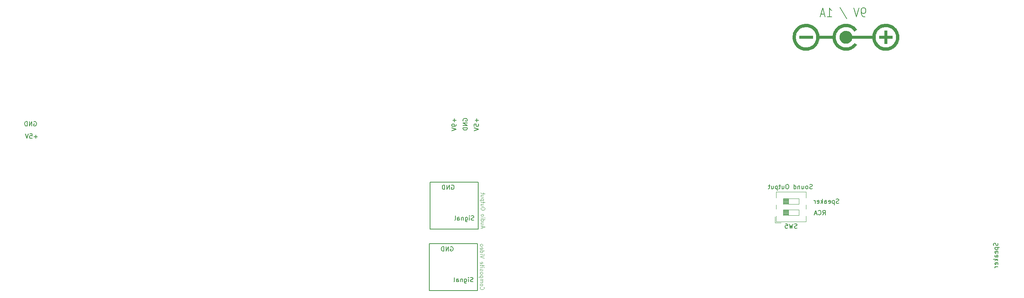
<source format=gbr>
%TF.GenerationSoftware,KiCad,Pcbnew,7.0.10*%
%TF.CreationDate,2024-02-29T16:26:42-05:00*%
%TF.ProjectId,Telstar Alpha,54656c73-7461-4722-9041-6c7068612e6b,0.1*%
%TF.SameCoordinates,Original*%
%TF.FileFunction,Legend,Bot*%
%TF.FilePolarity,Positive*%
%FSLAX46Y46*%
G04 Gerber Fmt 4.6, Leading zero omitted, Abs format (unit mm)*
G04 Created by KiCad (PCBNEW 7.0.10) date 2024-02-29 16:26:42*
%MOMM*%
%LPD*%
G01*
G04 APERTURE LIST*
%ADD10C,0.150000*%
%ADD11C,0.120000*%
%ADD12C,0.200000*%
%ADD13C,0.010000*%
G04 APERTURE END LIST*
D10*
X202591792Y-69269819D02*
X202925125Y-68793628D01*
X203163220Y-69269819D02*
X203163220Y-68269819D01*
X203163220Y-68269819D02*
X202782268Y-68269819D01*
X202782268Y-68269819D02*
X202687030Y-68317438D01*
X202687030Y-68317438D02*
X202639411Y-68365057D01*
X202639411Y-68365057D02*
X202591792Y-68460295D01*
X202591792Y-68460295D02*
X202591792Y-68603152D01*
X202591792Y-68603152D02*
X202639411Y-68698390D01*
X202639411Y-68698390D02*
X202687030Y-68746009D01*
X202687030Y-68746009D02*
X202782268Y-68793628D01*
X202782268Y-68793628D02*
X203163220Y-68793628D01*
X201591792Y-69174580D02*
X201639411Y-69222200D01*
X201639411Y-69222200D02*
X201782268Y-69269819D01*
X201782268Y-69269819D02*
X201877506Y-69269819D01*
X201877506Y-69269819D02*
X202020363Y-69222200D01*
X202020363Y-69222200D02*
X202115601Y-69126961D01*
X202115601Y-69126961D02*
X202163220Y-69031723D01*
X202163220Y-69031723D02*
X202210839Y-68841247D01*
X202210839Y-68841247D02*
X202210839Y-68698390D01*
X202210839Y-68698390D02*
X202163220Y-68507914D01*
X202163220Y-68507914D02*
X202115601Y-68412676D01*
X202115601Y-68412676D02*
X202020363Y-68317438D01*
X202020363Y-68317438D02*
X201877506Y-68269819D01*
X201877506Y-68269819D02*
X201782268Y-68269819D01*
X201782268Y-68269819D02*
X201639411Y-68317438D01*
X201639411Y-68317438D02*
X201591792Y-68365057D01*
X201210839Y-68984104D02*
X200734649Y-68984104D01*
X201306077Y-69269819D02*
X200972744Y-68269819D01*
X200972744Y-68269819D02*
X200639411Y-69269819D01*
X206210839Y-66622200D02*
X206067982Y-66669819D01*
X206067982Y-66669819D02*
X205829887Y-66669819D01*
X205829887Y-66669819D02*
X205734649Y-66622200D01*
X205734649Y-66622200D02*
X205687030Y-66574580D01*
X205687030Y-66574580D02*
X205639411Y-66479342D01*
X205639411Y-66479342D02*
X205639411Y-66384104D01*
X205639411Y-66384104D02*
X205687030Y-66288866D01*
X205687030Y-66288866D02*
X205734649Y-66241247D01*
X205734649Y-66241247D02*
X205829887Y-66193628D01*
X205829887Y-66193628D02*
X206020363Y-66146009D01*
X206020363Y-66146009D02*
X206115601Y-66098390D01*
X206115601Y-66098390D02*
X206163220Y-66050771D01*
X206163220Y-66050771D02*
X206210839Y-65955533D01*
X206210839Y-65955533D02*
X206210839Y-65860295D01*
X206210839Y-65860295D02*
X206163220Y-65765057D01*
X206163220Y-65765057D02*
X206115601Y-65717438D01*
X206115601Y-65717438D02*
X206020363Y-65669819D01*
X206020363Y-65669819D02*
X205782268Y-65669819D01*
X205782268Y-65669819D02*
X205639411Y-65717438D01*
X205210839Y-66003152D02*
X205210839Y-67003152D01*
X205210839Y-66050771D02*
X205115601Y-66003152D01*
X205115601Y-66003152D02*
X204925125Y-66003152D01*
X204925125Y-66003152D02*
X204829887Y-66050771D01*
X204829887Y-66050771D02*
X204782268Y-66098390D01*
X204782268Y-66098390D02*
X204734649Y-66193628D01*
X204734649Y-66193628D02*
X204734649Y-66479342D01*
X204734649Y-66479342D02*
X204782268Y-66574580D01*
X204782268Y-66574580D02*
X204829887Y-66622200D01*
X204829887Y-66622200D02*
X204925125Y-66669819D01*
X204925125Y-66669819D02*
X205115601Y-66669819D01*
X205115601Y-66669819D02*
X205210839Y-66622200D01*
X203925125Y-66622200D02*
X204020363Y-66669819D01*
X204020363Y-66669819D02*
X204210839Y-66669819D01*
X204210839Y-66669819D02*
X204306077Y-66622200D01*
X204306077Y-66622200D02*
X204353696Y-66526961D01*
X204353696Y-66526961D02*
X204353696Y-66146009D01*
X204353696Y-66146009D02*
X204306077Y-66050771D01*
X204306077Y-66050771D02*
X204210839Y-66003152D01*
X204210839Y-66003152D02*
X204020363Y-66003152D01*
X204020363Y-66003152D02*
X203925125Y-66050771D01*
X203925125Y-66050771D02*
X203877506Y-66146009D01*
X203877506Y-66146009D02*
X203877506Y-66241247D01*
X203877506Y-66241247D02*
X204353696Y-66336485D01*
X203020363Y-66669819D02*
X203020363Y-66146009D01*
X203020363Y-66146009D02*
X203067982Y-66050771D01*
X203067982Y-66050771D02*
X203163220Y-66003152D01*
X203163220Y-66003152D02*
X203353696Y-66003152D01*
X203353696Y-66003152D02*
X203448934Y-66050771D01*
X203020363Y-66622200D02*
X203115601Y-66669819D01*
X203115601Y-66669819D02*
X203353696Y-66669819D01*
X203353696Y-66669819D02*
X203448934Y-66622200D01*
X203448934Y-66622200D02*
X203496553Y-66526961D01*
X203496553Y-66526961D02*
X203496553Y-66431723D01*
X203496553Y-66431723D02*
X203448934Y-66336485D01*
X203448934Y-66336485D02*
X203353696Y-66288866D01*
X203353696Y-66288866D02*
X203115601Y-66288866D01*
X203115601Y-66288866D02*
X203020363Y-66241247D01*
X202544172Y-66669819D02*
X202544172Y-65669819D01*
X202448934Y-66288866D02*
X202163220Y-66669819D01*
X202163220Y-66003152D02*
X202544172Y-66384104D01*
X201353696Y-66622200D02*
X201448934Y-66669819D01*
X201448934Y-66669819D02*
X201639410Y-66669819D01*
X201639410Y-66669819D02*
X201734648Y-66622200D01*
X201734648Y-66622200D02*
X201782267Y-66526961D01*
X201782267Y-66526961D02*
X201782267Y-66146009D01*
X201782267Y-66146009D02*
X201734648Y-66050771D01*
X201734648Y-66050771D02*
X201639410Y-66003152D01*
X201639410Y-66003152D02*
X201448934Y-66003152D01*
X201448934Y-66003152D02*
X201353696Y-66050771D01*
X201353696Y-66050771D02*
X201306077Y-66146009D01*
X201306077Y-66146009D02*
X201306077Y-66241247D01*
X201306077Y-66241247D02*
X201782267Y-66336485D01*
X200877505Y-66669819D02*
X200877505Y-66003152D01*
X200877505Y-66193628D02*
X200829886Y-66098390D01*
X200829886Y-66098390D02*
X200782267Y-66050771D01*
X200782267Y-66050771D02*
X200687029Y-66003152D01*
X200687029Y-66003152D02*
X200591791Y-66003152D01*
X200210839Y-63322200D02*
X200067982Y-63369819D01*
X200067982Y-63369819D02*
X199829887Y-63369819D01*
X199829887Y-63369819D02*
X199734649Y-63322200D01*
X199734649Y-63322200D02*
X199687030Y-63274580D01*
X199687030Y-63274580D02*
X199639411Y-63179342D01*
X199639411Y-63179342D02*
X199639411Y-63084104D01*
X199639411Y-63084104D02*
X199687030Y-62988866D01*
X199687030Y-62988866D02*
X199734649Y-62941247D01*
X199734649Y-62941247D02*
X199829887Y-62893628D01*
X199829887Y-62893628D02*
X200020363Y-62846009D01*
X200020363Y-62846009D02*
X200115601Y-62798390D01*
X200115601Y-62798390D02*
X200163220Y-62750771D01*
X200163220Y-62750771D02*
X200210839Y-62655533D01*
X200210839Y-62655533D02*
X200210839Y-62560295D01*
X200210839Y-62560295D02*
X200163220Y-62465057D01*
X200163220Y-62465057D02*
X200115601Y-62417438D01*
X200115601Y-62417438D02*
X200020363Y-62369819D01*
X200020363Y-62369819D02*
X199782268Y-62369819D01*
X199782268Y-62369819D02*
X199639411Y-62417438D01*
X199067982Y-63369819D02*
X199163220Y-63322200D01*
X199163220Y-63322200D02*
X199210839Y-63274580D01*
X199210839Y-63274580D02*
X199258458Y-63179342D01*
X199258458Y-63179342D02*
X199258458Y-62893628D01*
X199258458Y-62893628D02*
X199210839Y-62798390D01*
X199210839Y-62798390D02*
X199163220Y-62750771D01*
X199163220Y-62750771D02*
X199067982Y-62703152D01*
X199067982Y-62703152D02*
X198925125Y-62703152D01*
X198925125Y-62703152D02*
X198829887Y-62750771D01*
X198829887Y-62750771D02*
X198782268Y-62798390D01*
X198782268Y-62798390D02*
X198734649Y-62893628D01*
X198734649Y-62893628D02*
X198734649Y-63179342D01*
X198734649Y-63179342D02*
X198782268Y-63274580D01*
X198782268Y-63274580D02*
X198829887Y-63322200D01*
X198829887Y-63322200D02*
X198925125Y-63369819D01*
X198925125Y-63369819D02*
X199067982Y-63369819D01*
X197877506Y-62703152D02*
X197877506Y-63369819D01*
X198306077Y-62703152D02*
X198306077Y-63226961D01*
X198306077Y-63226961D02*
X198258458Y-63322200D01*
X198258458Y-63322200D02*
X198163220Y-63369819D01*
X198163220Y-63369819D02*
X198020363Y-63369819D01*
X198020363Y-63369819D02*
X197925125Y-63322200D01*
X197925125Y-63322200D02*
X197877506Y-63274580D01*
X197401315Y-62703152D02*
X197401315Y-63369819D01*
X197401315Y-62798390D02*
X197353696Y-62750771D01*
X197353696Y-62750771D02*
X197258458Y-62703152D01*
X197258458Y-62703152D02*
X197115601Y-62703152D01*
X197115601Y-62703152D02*
X197020363Y-62750771D01*
X197020363Y-62750771D02*
X196972744Y-62846009D01*
X196972744Y-62846009D02*
X196972744Y-63369819D01*
X196067982Y-63369819D02*
X196067982Y-62369819D01*
X196067982Y-63322200D02*
X196163220Y-63369819D01*
X196163220Y-63369819D02*
X196353696Y-63369819D01*
X196353696Y-63369819D02*
X196448934Y-63322200D01*
X196448934Y-63322200D02*
X196496553Y-63274580D01*
X196496553Y-63274580D02*
X196544172Y-63179342D01*
X196544172Y-63179342D02*
X196544172Y-62893628D01*
X196544172Y-62893628D02*
X196496553Y-62798390D01*
X196496553Y-62798390D02*
X196448934Y-62750771D01*
X196448934Y-62750771D02*
X196353696Y-62703152D01*
X196353696Y-62703152D02*
X196163220Y-62703152D01*
X196163220Y-62703152D02*
X196067982Y-62750771D01*
X194639410Y-62369819D02*
X194448934Y-62369819D01*
X194448934Y-62369819D02*
X194353696Y-62417438D01*
X194353696Y-62417438D02*
X194258458Y-62512676D01*
X194258458Y-62512676D02*
X194210839Y-62703152D01*
X194210839Y-62703152D02*
X194210839Y-63036485D01*
X194210839Y-63036485D02*
X194258458Y-63226961D01*
X194258458Y-63226961D02*
X194353696Y-63322200D01*
X194353696Y-63322200D02*
X194448934Y-63369819D01*
X194448934Y-63369819D02*
X194639410Y-63369819D01*
X194639410Y-63369819D02*
X194734648Y-63322200D01*
X194734648Y-63322200D02*
X194829886Y-63226961D01*
X194829886Y-63226961D02*
X194877505Y-63036485D01*
X194877505Y-63036485D02*
X194877505Y-62703152D01*
X194877505Y-62703152D02*
X194829886Y-62512676D01*
X194829886Y-62512676D02*
X194734648Y-62417438D01*
X194734648Y-62417438D02*
X194639410Y-62369819D01*
X193353696Y-62703152D02*
X193353696Y-63369819D01*
X193782267Y-62703152D02*
X193782267Y-63226961D01*
X193782267Y-63226961D02*
X193734648Y-63322200D01*
X193734648Y-63322200D02*
X193639410Y-63369819D01*
X193639410Y-63369819D02*
X193496553Y-63369819D01*
X193496553Y-63369819D02*
X193401315Y-63322200D01*
X193401315Y-63322200D02*
X193353696Y-63274580D01*
X193020362Y-62703152D02*
X192639410Y-62703152D01*
X192877505Y-62369819D02*
X192877505Y-63226961D01*
X192877505Y-63226961D02*
X192829886Y-63322200D01*
X192829886Y-63322200D02*
X192734648Y-63369819D01*
X192734648Y-63369819D02*
X192639410Y-63369819D01*
X192306076Y-62703152D02*
X192306076Y-63703152D01*
X192306076Y-62750771D02*
X192210838Y-62703152D01*
X192210838Y-62703152D02*
X192020362Y-62703152D01*
X192020362Y-62703152D02*
X191925124Y-62750771D01*
X191925124Y-62750771D02*
X191877505Y-62798390D01*
X191877505Y-62798390D02*
X191829886Y-62893628D01*
X191829886Y-62893628D02*
X191829886Y-63179342D01*
X191829886Y-63179342D02*
X191877505Y-63274580D01*
X191877505Y-63274580D02*
X191925124Y-63322200D01*
X191925124Y-63322200D02*
X192020362Y-63369819D01*
X192020362Y-63369819D02*
X192210838Y-63369819D01*
X192210838Y-63369819D02*
X192306076Y-63322200D01*
X190972743Y-62703152D02*
X190972743Y-63369819D01*
X191401314Y-62703152D02*
X191401314Y-63226961D01*
X191401314Y-63226961D02*
X191353695Y-63322200D01*
X191353695Y-63322200D02*
X191258457Y-63369819D01*
X191258457Y-63369819D02*
X191115600Y-63369819D01*
X191115600Y-63369819D02*
X191020362Y-63322200D01*
X191020362Y-63322200D02*
X190972743Y-63274580D01*
X190639409Y-62703152D02*
X190258457Y-62703152D01*
X190496552Y-62369819D02*
X190496552Y-63226961D01*
X190496552Y-63226961D02*
X190448933Y-63322200D01*
X190448933Y-63322200D02*
X190353695Y-63369819D01*
X190353695Y-63369819D02*
X190258457Y-63369819D01*
X118396411Y-62551438D02*
X118491649Y-62503819D01*
X118491649Y-62503819D02*
X118634506Y-62503819D01*
X118634506Y-62503819D02*
X118777363Y-62551438D01*
X118777363Y-62551438D02*
X118872601Y-62646676D01*
X118872601Y-62646676D02*
X118920220Y-62741914D01*
X118920220Y-62741914D02*
X118967839Y-62932390D01*
X118967839Y-62932390D02*
X118967839Y-63075247D01*
X118967839Y-63075247D02*
X118920220Y-63265723D01*
X118920220Y-63265723D02*
X118872601Y-63360961D01*
X118872601Y-63360961D02*
X118777363Y-63456200D01*
X118777363Y-63456200D02*
X118634506Y-63503819D01*
X118634506Y-63503819D02*
X118539268Y-63503819D01*
X118539268Y-63503819D02*
X118396411Y-63456200D01*
X118396411Y-63456200D02*
X118348792Y-63408580D01*
X118348792Y-63408580D02*
X118348792Y-63075247D01*
X118348792Y-63075247D02*
X118539268Y-63075247D01*
X117920220Y-63503819D02*
X117920220Y-62503819D01*
X117920220Y-62503819D02*
X117348792Y-63503819D01*
X117348792Y-63503819D02*
X117348792Y-62503819D01*
X116872601Y-63503819D02*
X116872601Y-62503819D01*
X116872601Y-62503819D02*
X116634506Y-62503819D01*
X116634506Y-62503819D02*
X116491649Y-62551438D01*
X116491649Y-62551438D02*
X116396411Y-62646676D01*
X116396411Y-62646676D02*
X116348792Y-62741914D01*
X116348792Y-62741914D02*
X116301173Y-62932390D01*
X116301173Y-62932390D02*
X116301173Y-63075247D01*
X116301173Y-63075247D02*
X116348792Y-63265723D01*
X116348792Y-63265723D02*
X116396411Y-63360961D01*
X116396411Y-63360961D02*
X116491649Y-63456200D01*
X116491649Y-63456200D02*
X116634506Y-63503819D01*
X116634506Y-63503819D02*
X116872601Y-63503819D01*
D11*
X125342525Y-72259148D02*
X125342525Y-71854386D01*
X125085382Y-72340100D02*
X125985382Y-72056767D01*
X125985382Y-72056767D02*
X125085382Y-71773433D01*
X125685382Y-71125815D02*
X125085382Y-71125815D01*
X125685382Y-71490101D02*
X125213954Y-71490101D01*
X125213954Y-71490101D02*
X125128240Y-71449624D01*
X125128240Y-71449624D02*
X125085382Y-71368672D01*
X125085382Y-71368672D02*
X125085382Y-71247243D01*
X125085382Y-71247243D02*
X125128240Y-71166291D01*
X125128240Y-71166291D02*
X125171097Y-71125815D01*
X125085382Y-70356767D02*
X125985382Y-70356767D01*
X125128240Y-70356767D02*
X125085382Y-70437719D01*
X125085382Y-70437719D02*
X125085382Y-70599624D01*
X125085382Y-70599624D02*
X125128240Y-70680576D01*
X125128240Y-70680576D02*
X125171097Y-70721053D01*
X125171097Y-70721053D02*
X125256811Y-70761529D01*
X125256811Y-70761529D02*
X125513954Y-70761529D01*
X125513954Y-70761529D02*
X125599668Y-70721053D01*
X125599668Y-70721053D02*
X125642525Y-70680576D01*
X125642525Y-70680576D02*
X125685382Y-70599624D01*
X125685382Y-70599624D02*
X125685382Y-70437719D01*
X125685382Y-70437719D02*
X125642525Y-70356767D01*
X125085382Y-69952005D02*
X125685382Y-69952005D01*
X125985382Y-69952005D02*
X125942525Y-69992481D01*
X125942525Y-69992481D02*
X125899668Y-69952005D01*
X125899668Y-69952005D02*
X125942525Y-69911528D01*
X125942525Y-69911528D02*
X125985382Y-69952005D01*
X125985382Y-69952005D02*
X125899668Y-69952005D01*
X125085382Y-69425814D02*
X125128240Y-69506766D01*
X125128240Y-69506766D02*
X125171097Y-69547243D01*
X125171097Y-69547243D02*
X125256811Y-69587719D01*
X125256811Y-69587719D02*
X125513954Y-69587719D01*
X125513954Y-69587719D02*
X125599668Y-69547243D01*
X125599668Y-69547243D02*
X125642525Y-69506766D01*
X125642525Y-69506766D02*
X125685382Y-69425814D01*
X125685382Y-69425814D02*
X125685382Y-69304385D01*
X125685382Y-69304385D02*
X125642525Y-69223433D01*
X125642525Y-69223433D02*
X125599668Y-69182957D01*
X125599668Y-69182957D02*
X125513954Y-69142481D01*
X125513954Y-69142481D02*
X125256811Y-69142481D01*
X125256811Y-69142481D02*
X125171097Y-69182957D01*
X125171097Y-69182957D02*
X125128240Y-69223433D01*
X125128240Y-69223433D02*
X125085382Y-69304385D01*
X125085382Y-69304385D02*
X125085382Y-69425814D01*
X125985382Y-67968671D02*
X125985382Y-67806766D01*
X125985382Y-67806766D02*
X125942525Y-67725814D01*
X125942525Y-67725814D02*
X125856811Y-67644861D01*
X125856811Y-67644861D02*
X125685382Y-67604385D01*
X125685382Y-67604385D02*
X125385382Y-67604385D01*
X125385382Y-67604385D02*
X125213954Y-67644861D01*
X125213954Y-67644861D02*
X125128240Y-67725814D01*
X125128240Y-67725814D02*
X125085382Y-67806766D01*
X125085382Y-67806766D02*
X125085382Y-67968671D01*
X125085382Y-67968671D02*
X125128240Y-68049623D01*
X125128240Y-68049623D02*
X125213954Y-68130576D01*
X125213954Y-68130576D02*
X125385382Y-68171052D01*
X125385382Y-68171052D02*
X125685382Y-68171052D01*
X125685382Y-68171052D02*
X125856811Y-68130576D01*
X125856811Y-68130576D02*
X125942525Y-68049623D01*
X125942525Y-68049623D02*
X125985382Y-67968671D01*
X125685382Y-66875814D02*
X125085382Y-66875814D01*
X125685382Y-67240100D02*
X125213954Y-67240100D01*
X125213954Y-67240100D02*
X125128240Y-67199623D01*
X125128240Y-67199623D02*
X125085382Y-67118671D01*
X125085382Y-67118671D02*
X125085382Y-66997242D01*
X125085382Y-66997242D02*
X125128240Y-66916290D01*
X125128240Y-66916290D02*
X125171097Y-66875814D01*
X125685382Y-66592480D02*
X125685382Y-66268671D01*
X125985382Y-66471052D02*
X125213954Y-66471052D01*
X125213954Y-66471052D02*
X125128240Y-66430575D01*
X125128240Y-66430575D02*
X125085382Y-66349623D01*
X125085382Y-66349623D02*
X125085382Y-66268671D01*
X125685382Y-65985338D02*
X124785382Y-65985338D01*
X125642525Y-65985338D02*
X125685382Y-65904385D01*
X125685382Y-65904385D02*
X125685382Y-65742480D01*
X125685382Y-65742480D02*
X125642525Y-65661528D01*
X125642525Y-65661528D02*
X125599668Y-65621052D01*
X125599668Y-65621052D02*
X125513954Y-65580576D01*
X125513954Y-65580576D02*
X125256811Y-65580576D01*
X125256811Y-65580576D02*
X125171097Y-65621052D01*
X125171097Y-65621052D02*
X125128240Y-65661528D01*
X125128240Y-65661528D02*
X125085382Y-65742480D01*
X125085382Y-65742480D02*
X125085382Y-65904385D01*
X125085382Y-65904385D02*
X125128240Y-65985338D01*
X125685382Y-64852004D02*
X125085382Y-64852004D01*
X125685382Y-65216290D02*
X125213954Y-65216290D01*
X125213954Y-65216290D02*
X125128240Y-65175813D01*
X125128240Y-65175813D02*
X125085382Y-65094861D01*
X125085382Y-65094861D02*
X125085382Y-64973432D01*
X125085382Y-64973432D02*
X125128240Y-64892480D01*
X125128240Y-64892480D02*
X125171097Y-64852004D01*
X125685382Y-64568670D02*
X125685382Y-64244861D01*
X125985382Y-64447242D02*
X125213954Y-64447242D01*
X125213954Y-64447242D02*
X125128240Y-64406765D01*
X125128240Y-64406765D02*
X125085382Y-64325813D01*
X125085382Y-64325813D02*
X125085382Y-64244861D01*
D10*
X123467839Y-70456200D02*
X123324982Y-70503819D01*
X123324982Y-70503819D02*
X123086887Y-70503819D01*
X123086887Y-70503819D02*
X122991649Y-70456200D01*
X122991649Y-70456200D02*
X122944030Y-70408580D01*
X122944030Y-70408580D02*
X122896411Y-70313342D01*
X122896411Y-70313342D02*
X122896411Y-70218104D01*
X122896411Y-70218104D02*
X122944030Y-70122866D01*
X122944030Y-70122866D02*
X122991649Y-70075247D01*
X122991649Y-70075247D02*
X123086887Y-70027628D01*
X123086887Y-70027628D02*
X123277363Y-69980009D01*
X123277363Y-69980009D02*
X123372601Y-69932390D01*
X123372601Y-69932390D02*
X123420220Y-69884771D01*
X123420220Y-69884771D02*
X123467839Y-69789533D01*
X123467839Y-69789533D02*
X123467839Y-69694295D01*
X123467839Y-69694295D02*
X123420220Y-69599057D01*
X123420220Y-69599057D02*
X123372601Y-69551438D01*
X123372601Y-69551438D02*
X123277363Y-69503819D01*
X123277363Y-69503819D02*
X123039268Y-69503819D01*
X123039268Y-69503819D02*
X122896411Y-69551438D01*
X122467839Y-70503819D02*
X122467839Y-69837152D01*
X122467839Y-69503819D02*
X122515458Y-69551438D01*
X122515458Y-69551438D02*
X122467839Y-69599057D01*
X122467839Y-69599057D02*
X122420220Y-69551438D01*
X122420220Y-69551438D02*
X122467839Y-69503819D01*
X122467839Y-69503819D02*
X122467839Y-69599057D01*
X121563078Y-69837152D02*
X121563078Y-70646676D01*
X121563078Y-70646676D02*
X121610697Y-70741914D01*
X121610697Y-70741914D02*
X121658316Y-70789533D01*
X121658316Y-70789533D02*
X121753554Y-70837152D01*
X121753554Y-70837152D02*
X121896411Y-70837152D01*
X121896411Y-70837152D02*
X121991649Y-70789533D01*
X121563078Y-70456200D02*
X121658316Y-70503819D01*
X121658316Y-70503819D02*
X121848792Y-70503819D01*
X121848792Y-70503819D02*
X121944030Y-70456200D01*
X121944030Y-70456200D02*
X121991649Y-70408580D01*
X121991649Y-70408580D02*
X122039268Y-70313342D01*
X122039268Y-70313342D02*
X122039268Y-70027628D01*
X122039268Y-70027628D02*
X121991649Y-69932390D01*
X121991649Y-69932390D02*
X121944030Y-69884771D01*
X121944030Y-69884771D02*
X121848792Y-69837152D01*
X121848792Y-69837152D02*
X121658316Y-69837152D01*
X121658316Y-69837152D02*
X121563078Y-69884771D01*
X121086887Y-69837152D02*
X121086887Y-70503819D01*
X121086887Y-69932390D02*
X121039268Y-69884771D01*
X121039268Y-69884771D02*
X120944030Y-69837152D01*
X120944030Y-69837152D02*
X120801173Y-69837152D01*
X120801173Y-69837152D02*
X120705935Y-69884771D01*
X120705935Y-69884771D02*
X120658316Y-69980009D01*
X120658316Y-69980009D02*
X120658316Y-70503819D01*
X119753554Y-70503819D02*
X119753554Y-69980009D01*
X119753554Y-69980009D02*
X119801173Y-69884771D01*
X119801173Y-69884771D02*
X119896411Y-69837152D01*
X119896411Y-69837152D02*
X120086887Y-69837152D01*
X120086887Y-69837152D02*
X120182125Y-69884771D01*
X119753554Y-70456200D02*
X119848792Y-70503819D01*
X119848792Y-70503819D02*
X120086887Y-70503819D01*
X120086887Y-70503819D02*
X120182125Y-70456200D01*
X120182125Y-70456200D02*
X120229744Y-70360961D01*
X120229744Y-70360961D02*
X120229744Y-70265723D01*
X120229744Y-70265723D02*
X120182125Y-70170485D01*
X120182125Y-70170485D02*
X120086887Y-70122866D01*
X120086887Y-70122866D02*
X119848792Y-70122866D01*
X119848792Y-70122866D02*
X119753554Y-70075247D01*
X119134506Y-70503819D02*
X119229744Y-70456200D01*
X119229744Y-70456200D02*
X119277363Y-70360961D01*
X119277363Y-70360961D02*
X119277363Y-69503819D01*
X113539000Y-61832000D02*
X124461000Y-61832000D01*
X124461000Y-72500000D01*
X113539000Y-72500000D01*
X113539000Y-61832000D01*
X113331857Y-75832000D02*
X124253857Y-75832000D01*
X124253857Y-86500000D01*
X113331857Y-86500000D01*
X113331857Y-75832000D01*
X119084866Y-47419779D02*
X119084866Y-48181684D01*
X119465819Y-47800731D02*
X118703914Y-47800731D01*
X119465819Y-48705493D02*
X119465819Y-48895969D01*
X119465819Y-48895969D02*
X119418200Y-48991207D01*
X119418200Y-48991207D02*
X119370580Y-49038826D01*
X119370580Y-49038826D02*
X119227723Y-49134064D01*
X119227723Y-49134064D02*
X119037247Y-49181683D01*
X119037247Y-49181683D02*
X118656295Y-49181683D01*
X118656295Y-49181683D02*
X118561057Y-49134064D01*
X118561057Y-49134064D02*
X118513438Y-49086445D01*
X118513438Y-49086445D02*
X118465819Y-48991207D01*
X118465819Y-48991207D02*
X118465819Y-48800731D01*
X118465819Y-48800731D02*
X118513438Y-48705493D01*
X118513438Y-48705493D02*
X118561057Y-48657874D01*
X118561057Y-48657874D02*
X118656295Y-48610255D01*
X118656295Y-48610255D02*
X118894390Y-48610255D01*
X118894390Y-48610255D02*
X118989628Y-48657874D01*
X118989628Y-48657874D02*
X119037247Y-48705493D01*
X119037247Y-48705493D02*
X119084866Y-48800731D01*
X119084866Y-48800731D02*
X119084866Y-48991207D01*
X119084866Y-48991207D02*
X119037247Y-49086445D01*
X119037247Y-49086445D02*
X118989628Y-49134064D01*
X118989628Y-49134064D02*
X118894390Y-49181683D01*
X118465819Y-49467398D02*
X119465819Y-49800731D01*
X119465819Y-49800731D02*
X118465819Y-50134064D01*
X123260696Y-84456200D02*
X123117839Y-84503819D01*
X123117839Y-84503819D02*
X122879744Y-84503819D01*
X122879744Y-84503819D02*
X122784506Y-84456200D01*
X122784506Y-84456200D02*
X122736887Y-84408580D01*
X122736887Y-84408580D02*
X122689268Y-84313342D01*
X122689268Y-84313342D02*
X122689268Y-84218104D01*
X122689268Y-84218104D02*
X122736887Y-84122866D01*
X122736887Y-84122866D02*
X122784506Y-84075247D01*
X122784506Y-84075247D02*
X122879744Y-84027628D01*
X122879744Y-84027628D02*
X123070220Y-83980009D01*
X123070220Y-83980009D02*
X123165458Y-83932390D01*
X123165458Y-83932390D02*
X123213077Y-83884771D01*
X123213077Y-83884771D02*
X123260696Y-83789533D01*
X123260696Y-83789533D02*
X123260696Y-83694295D01*
X123260696Y-83694295D02*
X123213077Y-83599057D01*
X123213077Y-83599057D02*
X123165458Y-83551438D01*
X123165458Y-83551438D02*
X123070220Y-83503819D01*
X123070220Y-83503819D02*
X122832125Y-83503819D01*
X122832125Y-83503819D02*
X122689268Y-83551438D01*
X122260696Y-84503819D02*
X122260696Y-83837152D01*
X122260696Y-83503819D02*
X122308315Y-83551438D01*
X122308315Y-83551438D02*
X122260696Y-83599057D01*
X122260696Y-83599057D02*
X122213077Y-83551438D01*
X122213077Y-83551438D02*
X122260696Y-83503819D01*
X122260696Y-83503819D02*
X122260696Y-83599057D01*
X121355935Y-83837152D02*
X121355935Y-84646676D01*
X121355935Y-84646676D02*
X121403554Y-84741914D01*
X121403554Y-84741914D02*
X121451173Y-84789533D01*
X121451173Y-84789533D02*
X121546411Y-84837152D01*
X121546411Y-84837152D02*
X121689268Y-84837152D01*
X121689268Y-84837152D02*
X121784506Y-84789533D01*
X121355935Y-84456200D02*
X121451173Y-84503819D01*
X121451173Y-84503819D02*
X121641649Y-84503819D01*
X121641649Y-84503819D02*
X121736887Y-84456200D01*
X121736887Y-84456200D02*
X121784506Y-84408580D01*
X121784506Y-84408580D02*
X121832125Y-84313342D01*
X121832125Y-84313342D02*
X121832125Y-84027628D01*
X121832125Y-84027628D02*
X121784506Y-83932390D01*
X121784506Y-83932390D02*
X121736887Y-83884771D01*
X121736887Y-83884771D02*
X121641649Y-83837152D01*
X121641649Y-83837152D02*
X121451173Y-83837152D01*
X121451173Y-83837152D02*
X121355935Y-83884771D01*
X120879744Y-83837152D02*
X120879744Y-84503819D01*
X120879744Y-83932390D02*
X120832125Y-83884771D01*
X120832125Y-83884771D02*
X120736887Y-83837152D01*
X120736887Y-83837152D02*
X120594030Y-83837152D01*
X120594030Y-83837152D02*
X120498792Y-83884771D01*
X120498792Y-83884771D02*
X120451173Y-83980009D01*
X120451173Y-83980009D02*
X120451173Y-84503819D01*
X119546411Y-84503819D02*
X119546411Y-83980009D01*
X119546411Y-83980009D02*
X119594030Y-83884771D01*
X119594030Y-83884771D02*
X119689268Y-83837152D01*
X119689268Y-83837152D02*
X119879744Y-83837152D01*
X119879744Y-83837152D02*
X119974982Y-83884771D01*
X119546411Y-84456200D02*
X119641649Y-84503819D01*
X119641649Y-84503819D02*
X119879744Y-84503819D01*
X119879744Y-84503819D02*
X119974982Y-84456200D01*
X119974982Y-84456200D02*
X120022601Y-84360961D01*
X120022601Y-84360961D02*
X120022601Y-84265723D01*
X120022601Y-84265723D02*
X119974982Y-84170485D01*
X119974982Y-84170485D02*
X119879744Y-84122866D01*
X119879744Y-84122866D02*
X119641649Y-84122866D01*
X119641649Y-84122866D02*
X119546411Y-84075247D01*
X118927363Y-84503819D02*
X119022601Y-84456200D01*
X119022601Y-84456200D02*
X119070220Y-84360961D01*
X119070220Y-84360961D02*
X119070220Y-83503819D01*
X23707027Y-48127438D02*
X23802265Y-48079819D01*
X23802265Y-48079819D02*
X23945122Y-48079819D01*
X23945122Y-48079819D02*
X24087979Y-48127438D01*
X24087979Y-48127438D02*
X24183217Y-48222676D01*
X24183217Y-48222676D02*
X24230836Y-48317914D01*
X24230836Y-48317914D02*
X24278455Y-48508390D01*
X24278455Y-48508390D02*
X24278455Y-48651247D01*
X24278455Y-48651247D02*
X24230836Y-48841723D01*
X24230836Y-48841723D02*
X24183217Y-48936961D01*
X24183217Y-48936961D02*
X24087979Y-49032200D01*
X24087979Y-49032200D02*
X23945122Y-49079819D01*
X23945122Y-49079819D02*
X23849884Y-49079819D01*
X23849884Y-49079819D02*
X23707027Y-49032200D01*
X23707027Y-49032200D02*
X23659408Y-48984580D01*
X23659408Y-48984580D02*
X23659408Y-48651247D01*
X23659408Y-48651247D02*
X23849884Y-48651247D01*
X23230836Y-49079819D02*
X23230836Y-48079819D01*
X23230836Y-48079819D02*
X22659408Y-49079819D01*
X22659408Y-49079819D02*
X22659408Y-48079819D01*
X22183217Y-49079819D02*
X22183217Y-48079819D01*
X22183217Y-48079819D02*
X21945122Y-48079819D01*
X21945122Y-48079819D02*
X21802265Y-48127438D01*
X21802265Y-48127438D02*
X21707027Y-48222676D01*
X21707027Y-48222676D02*
X21659408Y-48317914D01*
X21659408Y-48317914D02*
X21611789Y-48508390D01*
X21611789Y-48508390D02*
X21611789Y-48651247D01*
X21611789Y-48651247D02*
X21659408Y-48841723D01*
X21659408Y-48841723D02*
X21707027Y-48936961D01*
X21707027Y-48936961D02*
X21802265Y-49032200D01*
X21802265Y-49032200D02*
X21945122Y-49079819D01*
X21945122Y-49079819D02*
X22183217Y-49079819D01*
D11*
X124963954Y-85732957D02*
X124921097Y-85773433D01*
X124921097Y-85773433D02*
X124878239Y-85894862D01*
X124878239Y-85894862D02*
X124878239Y-85975814D01*
X124878239Y-85975814D02*
X124921097Y-86097243D01*
X124921097Y-86097243D02*
X125006811Y-86178195D01*
X125006811Y-86178195D02*
X125092525Y-86218672D01*
X125092525Y-86218672D02*
X125263954Y-86259148D01*
X125263954Y-86259148D02*
X125392525Y-86259148D01*
X125392525Y-86259148D02*
X125563954Y-86218672D01*
X125563954Y-86218672D02*
X125649668Y-86178195D01*
X125649668Y-86178195D02*
X125735382Y-86097243D01*
X125735382Y-86097243D02*
X125778239Y-85975814D01*
X125778239Y-85975814D02*
X125778239Y-85894862D01*
X125778239Y-85894862D02*
X125735382Y-85773433D01*
X125735382Y-85773433D02*
X125692525Y-85732957D01*
X124878239Y-85247243D02*
X124921097Y-85328195D01*
X124921097Y-85328195D02*
X124963954Y-85368672D01*
X124963954Y-85368672D02*
X125049668Y-85409148D01*
X125049668Y-85409148D02*
X125306811Y-85409148D01*
X125306811Y-85409148D02*
X125392525Y-85368672D01*
X125392525Y-85368672D02*
X125435382Y-85328195D01*
X125435382Y-85328195D02*
X125478239Y-85247243D01*
X125478239Y-85247243D02*
X125478239Y-85125814D01*
X125478239Y-85125814D02*
X125435382Y-85044862D01*
X125435382Y-85044862D02*
X125392525Y-85004386D01*
X125392525Y-85004386D02*
X125306811Y-84963910D01*
X125306811Y-84963910D02*
X125049668Y-84963910D01*
X125049668Y-84963910D02*
X124963954Y-85004386D01*
X124963954Y-85004386D02*
X124921097Y-85044862D01*
X124921097Y-85044862D02*
X124878239Y-85125814D01*
X124878239Y-85125814D02*
X124878239Y-85247243D01*
X124878239Y-84599624D02*
X125478239Y-84599624D01*
X125392525Y-84599624D02*
X125435382Y-84559147D01*
X125435382Y-84559147D02*
X125478239Y-84478195D01*
X125478239Y-84478195D02*
X125478239Y-84356766D01*
X125478239Y-84356766D02*
X125435382Y-84275814D01*
X125435382Y-84275814D02*
X125349668Y-84235338D01*
X125349668Y-84235338D02*
X124878239Y-84235338D01*
X125349668Y-84235338D02*
X125435382Y-84194862D01*
X125435382Y-84194862D02*
X125478239Y-84113909D01*
X125478239Y-84113909D02*
X125478239Y-83992481D01*
X125478239Y-83992481D02*
X125435382Y-83911528D01*
X125435382Y-83911528D02*
X125349668Y-83871052D01*
X125349668Y-83871052D02*
X124878239Y-83871052D01*
X125478239Y-83466291D02*
X124578239Y-83466291D01*
X125435382Y-83466291D02*
X125478239Y-83385338D01*
X125478239Y-83385338D02*
X125478239Y-83223433D01*
X125478239Y-83223433D02*
X125435382Y-83142481D01*
X125435382Y-83142481D02*
X125392525Y-83102005D01*
X125392525Y-83102005D02*
X125306811Y-83061529D01*
X125306811Y-83061529D02*
X125049668Y-83061529D01*
X125049668Y-83061529D02*
X124963954Y-83102005D01*
X124963954Y-83102005D02*
X124921097Y-83142481D01*
X124921097Y-83142481D02*
X124878239Y-83223433D01*
X124878239Y-83223433D02*
X124878239Y-83385338D01*
X124878239Y-83385338D02*
X124921097Y-83466291D01*
X124878239Y-82575814D02*
X124921097Y-82656766D01*
X124921097Y-82656766D02*
X124963954Y-82697243D01*
X124963954Y-82697243D02*
X125049668Y-82737719D01*
X125049668Y-82737719D02*
X125306811Y-82737719D01*
X125306811Y-82737719D02*
X125392525Y-82697243D01*
X125392525Y-82697243D02*
X125435382Y-82656766D01*
X125435382Y-82656766D02*
X125478239Y-82575814D01*
X125478239Y-82575814D02*
X125478239Y-82454385D01*
X125478239Y-82454385D02*
X125435382Y-82373433D01*
X125435382Y-82373433D02*
X125392525Y-82332957D01*
X125392525Y-82332957D02*
X125306811Y-82292481D01*
X125306811Y-82292481D02*
X125049668Y-82292481D01*
X125049668Y-82292481D02*
X124963954Y-82332957D01*
X124963954Y-82332957D02*
X124921097Y-82373433D01*
X124921097Y-82373433D02*
X124878239Y-82454385D01*
X124878239Y-82454385D02*
X124878239Y-82575814D01*
X124921097Y-81968671D02*
X124878239Y-81887718D01*
X124878239Y-81887718D02*
X124878239Y-81725814D01*
X124878239Y-81725814D02*
X124921097Y-81644861D01*
X124921097Y-81644861D02*
X125006811Y-81604385D01*
X125006811Y-81604385D02*
X125049668Y-81604385D01*
X125049668Y-81604385D02*
X125135382Y-81644861D01*
X125135382Y-81644861D02*
X125178239Y-81725814D01*
X125178239Y-81725814D02*
X125178239Y-81847242D01*
X125178239Y-81847242D02*
X125221097Y-81928195D01*
X125221097Y-81928195D02*
X125306811Y-81968671D01*
X125306811Y-81968671D02*
X125349668Y-81968671D01*
X125349668Y-81968671D02*
X125435382Y-81928195D01*
X125435382Y-81928195D02*
X125478239Y-81847242D01*
X125478239Y-81847242D02*
X125478239Y-81725814D01*
X125478239Y-81725814D02*
X125435382Y-81644861D01*
X124878239Y-81240100D02*
X125478239Y-81240100D01*
X125778239Y-81240100D02*
X125735382Y-81280576D01*
X125735382Y-81280576D02*
X125692525Y-81240100D01*
X125692525Y-81240100D02*
X125735382Y-81199623D01*
X125735382Y-81199623D02*
X125778239Y-81240100D01*
X125778239Y-81240100D02*
X125692525Y-81240100D01*
X125478239Y-80956766D02*
X125478239Y-80632957D01*
X125778239Y-80835338D02*
X125006811Y-80835338D01*
X125006811Y-80835338D02*
X124921097Y-80794861D01*
X124921097Y-80794861D02*
X124878239Y-80713909D01*
X124878239Y-80713909D02*
X124878239Y-80632957D01*
X124921097Y-80025814D02*
X124878239Y-80106766D01*
X124878239Y-80106766D02*
X124878239Y-80268671D01*
X124878239Y-80268671D02*
X124921097Y-80349624D01*
X124921097Y-80349624D02*
X125006811Y-80390100D01*
X125006811Y-80390100D02*
X125349668Y-80390100D01*
X125349668Y-80390100D02*
X125435382Y-80349624D01*
X125435382Y-80349624D02*
X125478239Y-80268671D01*
X125478239Y-80268671D02*
X125478239Y-80106766D01*
X125478239Y-80106766D02*
X125435382Y-80025814D01*
X125435382Y-80025814D02*
X125349668Y-79985338D01*
X125349668Y-79985338D02*
X125263954Y-79985338D01*
X125263954Y-79985338D02*
X125178239Y-80390100D01*
X125778239Y-79094862D02*
X124878239Y-78811529D01*
X124878239Y-78811529D02*
X125778239Y-78528195D01*
X124878239Y-78244863D02*
X125478239Y-78244863D01*
X125778239Y-78244863D02*
X125735382Y-78285339D01*
X125735382Y-78285339D02*
X125692525Y-78244863D01*
X125692525Y-78244863D02*
X125735382Y-78204386D01*
X125735382Y-78204386D02*
X125778239Y-78244863D01*
X125778239Y-78244863D02*
X125692525Y-78244863D01*
X124878239Y-77475815D02*
X125778239Y-77475815D01*
X124921097Y-77475815D02*
X124878239Y-77556767D01*
X124878239Y-77556767D02*
X124878239Y-77718672D01*
X124878239Y-77718672D02*
X124921097Y-77799624D01*
X124921097Y-77799624D02*
X124963954Y-77840101D01*
X124963954Y-77840101D02*
X125049668Y-77880577D01*
X125049668Y-77880577D02*
X125306811Y-77880577D01*
X125306811Y-77880577D02*
X125392525Y-77840101D01*
X125392525Y-77840101D02*
X125435382Y-77799624D01*
X125435382Y-77799624D02*
X125478239Y-77718672D01*
X125478239Y-77718672D02*
X125478239Y-77556767D01*
X125478239Y-77556767D02*
X125435382Y-77475815D01*
X124921097Y-76747243D02*
X124878239Y-76828195D01*
X124878239Y-76828195D02*
X124878239Y-76990100D01*
X124878239Y-76990100D02*
X124921097Y-77071053D01*
X124921097Y-77071053D02*
X125006811Y-77111529D01*
X125006811Y-77111529D02*
X125349668Y-77111529D01*
X125349668Y-77111529D02*
X125435382Y-77071053D01*
X125435382Y-77071053D02*
X125478239Y-76990100D01*
X125478239Y-76990100D02*
X125478239Y-76828195D01*
X125478239Y-76828195D02*
X125435382Y-76747243D01*
X125435382Y-76747243D02*
X125349668Y-76706767D01*
X125349668Y-76706767D02*
X125263954Y-76706767D01*
X125263954Y-76706767D02*
X125178239Y-77111529D01*
X124878239Y-76221053D02*
X124921097Y-76302005D01*
X124921097Y-76302005D02*
X124963954Y-76342482D01*
X124963954Y-76342482D02*
X125049668Y-76382958D01*
X125049668Y-76382958D02*
X125306811Y-76382958D01*
X125306811Y-76382958D02*
X125392525Y-76342482D01*
X125392525Y-76342482D02*
X125435382Y-76302005D01*
X125435382Y-76302005D02*
X125478239Y-76221053D01*
X125478239Y-76221053D02*
X125478239Y-76099624D01*
X125478239Y-76099624D02*
X125435382Y-76018672D01*
X125435382Y-76018672D02*
X125392525Y-75978196D01*
X125392525Y-75978196D02*
X125306811Y-75937720D01*
X125306811Y-75937720D02*
X125049668Y-75937720D01*
X125049668Y-75937720D02*
X124963954Y-75978196D01*
X124963954Y-75978196D02*
X124921097Y-76018672D01*
X124921097Y-76018672D02*
X124878239Y-76099624D01*
X124878239Y-76099624D02*
X124878239Y-76221053D01*
D10*
X24484836Y-51492866D02*
X23722932Y-51492866D01*
X24103884Y-51873819D02*
X24103884Y-51111914D01*
X22770551Y-50873819D02*
X23246741Y-50873819D01*
X23246741Y-50873819D02*
X23294360Y-51350009D01*
X23294360Y-51350009D02*
X23246741Y-51302390D01*
X23246741Y-51302390D02*
X23151503Y-51254771D01*
X23151503Y-51254771D02*
X22913408Y-51254771D01*
X22913408Y-51254771D02*
X22818170Y-51302390D01*
X22818170Y-51302390D02*
X22770551Y-51350009D01*
X22770551Y-51350009D02*
X22722932Y-51445247D01*
X22722932Y-51445247D02*
X22722932Y-51683342D01*
X22722932Y-51683342D02*
X22770551Y-51778580D01*
X22770551Y-51778580D02*
X22818170Y-51826200D01*
X22818170Y-51826200D02*
X22913408Y-51873819D01*
X22913408Y-51873819D02*
X23151503Y-51873819D01*
X23151503Y-51873819D02*
X23246741Y-51826200D01*
X23246741Y-51826200D02*
X23294360Y-51778580D01*
X22437217Y-50873819D02*
X22103884Y-51873819D01*
X22103884Y-51873819D02*
X21770551Y-50873819D01*
X118189268Y-76551438D02*
X118284506Y-76503819D01*
X118284506Y-76503819D02*
X118427363Y-76503819D01*
X118427363Y-76503819D02*
X118570220Y-76551438D01*
X118570220Y-76551438D02*
X118665458Y-76646676D01*
X118665458Y-76646676D02*
X118713077Y-76741914D01*
X118713077Y-76741914D02*
X118760696Y-76932390D01*
X118760696Y-76932390D02*
X118760696Y-77075247D01*
X118760696Y-77075247D02*
X118713077Y-77265723D01*
X118713077Y-77265723D02*
X118665458Y-77360961D01*
X118665458Y-77360961D02*
X118570220Y-77456200D01*
X118570220Y-77456200D02*
X118427363Y-77503819D01*
X118427363Y-77503819D02*
X118332125Y-77503819D01*
X118332125Y-77503819D02*
X118189268Y-77456200D01*
X118189268Y-77456200D02*
X118141649Y-77408580D01*
X118141649Y-77408580D02*
X118141649Y-77075247D01*
X118141649Y-77075247D02*
X118332125Y-77075247D01*
X117713077Y-77503819D02*
X117713077Y-76503819D01*
X117713077Y-76503819D02*
X117141649Y-77503819D01*
X117141649Y-77503819D02*
X117141649Y-76503819D01*
X116665458Y-77503819D02*
X116665458Y-76503819D01*
X116665458Y-76503819D02*
X116427363Y-76503819D01*
X116427363Y-76503819D02*
X116284506Y-76551438D01*
X116284506Y-76551438D02*
X116189268Y-76646676D01*
X116189268Y-76646676D02*
X116141649Y-76741914D01*
X116141649Y-76741914D02*
X116094030Y-76932390D01*
X116094030Y-76932390D02*
X116094030Y-77075247D01*
X116094030Y-77075247D02*
X116141649Y-77265723D01*
X116141649Y-77265723D02*
X116189268Y-77360961D01*
X116189268Y-77360961D02*
X116284506Y-77456200D01*
X116284506Y-77456200D02*
X116427363Y-77503819D01*
X116427363Y-77503819D02*
X116665458Y-77503819D01*
X124164866Y-47419779D02*
X124164866Y-48181684D01*
X124545819Y-47800731D02*
X123783914Y-47800731D01*
X123545819Y-49134064D02*
X123545819Y-48657874D01*
X123545819Y-48657874D02*
X124022009Y-48610255D01*
X124022009Y-48610255D02*
X123974390Y-48657874D01*
X123974390Y-48657874D02*
X123926771Y-48753112D01*
X123926771Y-48753112D02*
X123926771Y-48991207D01*
X123926771Y-48991207D02*
X123974390Y-49086445D01*
X123974390Y-49086445D02*
X124022009Y-49134064D01*
X124022009Y-49134064D02*
X124117247Y-49181683D01*
X124117247Y-49181683D02*
X124355342Y-49181683D01*
X124355342Y-49181683D02*
X124450580Y-49134064D01*
X124450580Y-49134064D02*
X124498200Y-49086445D01*
X124498200Y-49086445D02*
X124545819Y-48991207D01*
X124545819Y-48991207D02*
X124545819Y-48753112D01*
X124545819Y-48753112D02*
X124498200Y-48657874D01*
X124498200Y-48657874D02*
X124450580Y-48610255D01*
X123545819Y-49467398D02*
X124545819Y-49800731D01*
X124545819Y-49800731D02*
X123545819Y-50134064D01*
X242294200Y-75705160D02*
X242341819Y-75848017D01*
X242341819Y-75848017D02*
X242341819Y-76086112D01*
X242341819Y-76086112D02*
X242294200Y-76181350D01*
X242294200Y-76181350D02*
X242246580Y-76228969D01*
X242246580Y-76228969D02*
X242151342Y-76276588D01*
X242151342Y-76276588D02*
X242056104Y-76276588D01*
X242056104Y-76276588D02*
X241960866Y-76228969D01*
X241960866Y-76228969D02*
X241913247Y-76181350D01*
X241913247Y-76181350D02*
X241865628Y-76086112D01*
X241865628Y-76086112D02*
X241818009Y-75895636D01*
X241818009Y-75895636D02*
X241770390Y-75800398D01*
X241770390Y-75800398D02*
X241722771Y-75752779D01*
X241722771Y-75752779D02*
X241627533Y-75705160D01*
X241627533Y-75705160D02*
X241532295Y-75705160D01*
X241532295Y-75705160D02*
X241437057Y-75752779D01*
X241437057Y-75752779D02*
X241389438Y-75800398D01*
X241389438Y-75800398D02*
X241341819Y-75895636D01*
X241341819Y-75895636D02*
X241341819Y-76133731D01*
X241341819Y-76133731D02*
X241389438Y-76276588D01*
X241675152Y-76705160D02*
X242675152Y-76705160D01*
X241722771Y-76705160D02*
X241675152Y-76800398D01*
X241675152Y-76800398D02*
X241675152Y-76990874D01*
X241675152Y-76990874D02*
X241722771Y-77086112D01*
X241722771Y-77086112D02*
X241770390Y-77133731D01*
X241770390Y-77133731D02*
X241865628Y-77181350D01*
X241865628Y-77181350D02*
X242151342Y-77181350D01*
X242151342Y-77181350D02*
X242246580Y-77133731D01*
X242246580Y-77133731D02*
X242294200Y-77086112D01*
X242294200Y-77086112D02*
X242341819Y-76990874D01*
X242341819Y-76990874D02*
X242341819Y-76800398D01*
X242341819Y-76800398D02*
X242294200Y-76705160D01*
X242294200Y-77990874D02*
X242341819Y-77895636D01*
X242341819Y-77895636D02*
X242341819Y-77705160D01*
X242341819Y-77705160D02*
X242294200Y-77609922D01*
X242294200Y-77609922D02*
X242198961Y-77562303D01*
X242198961Y-77562303D02*
X241818009Y-77562303D01*
X241818009Y-77562303D02*
X241722771Y-77609922D01*
X241722771Y-77609922D02*
X241675152Y-77705160D01*
X241675152Y-77705160D02*
X241675152Y-77895636D01*
X241675152Y-77895636D02*
X241722771Y-77990874D01*
X241722771Y-77990874D02*
X241818009Y-78038493D01*
X241818009Y-78038493D02*
X241913247Y-78038493D01*
X241913247Y-78038493D02*
X242008485Y-77562303D01*
X242341819Y-78895636D02*
X241818009Y-78895636D01*
X241818009Y-78895636D02*
X241722771Y-78848017D01*
X241722771Y-78848017D02*
X241675152Y-78752779D01*
X241675152Y-78752779D02*
X241675152Y-78562303D01*
X241675152Y-78562303D02*
X241722771Y-78467065D01*
X242294200Y-78895636D02*
X242341819Y-78800398D01*
X242341819Y-78800398D02*
X242341819Y-78562303D01*
X242341819Y-78562303D02*
X242294200Y-78467065D01*
X242294200Y-78467065D02*
X242198961Y-78419446D01*
X242198961Y-78419446D02*
X242103723Y-78419446D01*
X242103723Y-78419446D02*
X242008485Y-78467065D01*
X242008485Y-78467065D02*
X241960866Y-78562303D01*
X241960866Y-78562303D02*
X241960866Y-78800398D01*
X241960866Y-78800398D02*
X241913247Y-78895636D01*
X242341819Y-79371827D02*
X241341819Y-79371827D01*
X241960866Y-79467065D02*
X242341819Y-79752779D01*
X241675152Y-79752779D02*
X242056104Y-79371827D01*
X242294200Y-80562303D02*
X242341819Y-80467065D01*
X242341819Y-80467065D02*
X242341819Y-80276589D01*
X242341819Y-80276589D02*
X242294200Y-80181351D01*
X242294200Y-80181351D02*
X242198961Y-80133732D01*
X242198961Y-80133732D02*
X241818009Y-80133732D01*
X241818009Y-80133732D02*
X241722771Y-80181351D01*
X241722771Y-80181351D02*
X241675152Y-80276589D01*
X241675152Y-80276589D02*
X241675152Y-80467065D01*
X241675152Y-80467065D02*
X241722771Y-80562303D01*
X241722771Y-80562303D02*
X241818009Y-80609922D01*
X241818009Y-80609922D02*
X241913247Y-80609922D01*
X241913247Y-80609922D02*
X242008485Y-80133732D01*
X242341819Y-81038494D02*
X241675152Y-81038494D01*
X241865628Y-81038494D02*
X241770390Y-81086113D01*
X241770390Y-81086113D02*
X241722771Y-81133732D01*
X241722771Y-81133732D02*
X241675152Y-81228970D01*
X241675152Y-81228970D02*
X241675152Y-81324208D01*
D12*
X212154422Y-24244838D02*
X211821088Y-24244838D01*
X211821088Y-24244838D02*
X211654422Y-24149600D01*
X211654422Y-24149600D02*
X211571088Y-24054361D01*
X211571088Y-24054361D02*
X211404422Y-23768647D01*
X211404422Y-23768647D02*
X211321088Y-23387695D01*
X211321088Y-23387695D02*
X211321088Y-22625790D01*
X211321088Y-22625790D02*
X211404422Y-22435314D01*
X211404422Y-22435314D02*
X211487755Y-22340076D01*
X211487755Y-22340076D02*
X211654422Y-22244838D01*
X211654422Y-22244838D02*
X211987755Y-22244838D01*
X211987755Y-22244838D02*
X212154422Y-22340076D01*
X212154422Y-22340076D02*
X212237755Y-22435314D01*
X212237755Y-22435314D02*
X212321088Y-22625790D01*
X212321088Y-22625790D02*
X212321088Y-23101980D01*
X212321088Y-23101980D02*
X212237755Y-23292457D01*
X212237755Y-23292457D02*
X212154422Y-23387695D01*
X212154422Y-23387695D02*
X211987755Y-23482933D01*
X211987755Y-23482933D02*
X211654422Y-23482933D01*
X211654422Y-23482933D02*
X211487755Y-23387695D01*
X211487755Y-23387695D02*
X211404422Y-23292457D01*
X211404422Y-23292457D02*
X211321088Y-23101980D01*
X210821088Y-22244838D02*
X210237755Y-24244838D01*
X210237755Y-24244838D02*
X209654421Y-22244838D01*
X206487755Y-22149600D02*
X207987755Y-24721028D01*
X203654422Y-24244838D02*
X204654422Y-24244838D01*
X204154422Y-24244838D02*
X204154422Y-22244838D01*
X204154422Y-22244838D02*
X204321089Y-22530552D01*
X204321089Y-22530552D02*
X204487756Y-22721028D01*
X204487756Y-22721028D02*
X204654422Y-22816266D01*
X202987755Y-23673409D02*
X202154422Y-23673409D01*
X203154422Y-24244838D02*
X202571089Y-22244838D01*
X202571089Y-22244838D02*
X201987755Y-24244838D01*
D10*
X121053438Y-47943588D02*
X121005819Y-47848350D01*
X121005819Y-47848350D02*
X121005819Y-47705493D01*
X121005819Y-47705493D02*
X121053438Y-47562636D01*
X121053438Y-47562636D02*
X121148676Y-47467398D01*
X121148676Y-47467398D02*
X121243914Y-47419779D01*
X121243914Y-47419779D02*
X121434390Y-47372160D01*
X121434390Y-47372160D02*
X121577247Y-47372160D01*
X121577247Y-47372160D02*
X121767723Y-47419779D01*
X121767723Y-47419779D02*
X121862961Y-47467398D01*
X121862961Y-47467398D02*
X121958200Y-47562636D01*
X121958200Y-47562636D02*
X122005819Y-47705493D01*
X122005819Y-47705493D02*
X122005819Y-47800731D01*
X122005819Y-47800731D02*
X121958200Y-47943588D01*
X121958200Y-47943588D02*
X121910580Y-47991207D01*
X121910580Y-47991207D02*
X121577247Y-47991207D01*
X121577247Y-47991207D02*
X121577247Y-47800731D01*
X122005819Y-48419779D02*
X121005819Y-48419779D01*
X121005819Y-48419779D02*
X122005819Y-48991207D01*
X122005819Y-48991207D02*
X121005819Y-48991207D01*
X122005819Y-49467398D02*
X121005819Y-49467398D01*
X121005819Y-49467398D02*
X121005819Y-49705493D01*
X121005819Y-49705493D02*
X121053438Y-49848350D01*
X121053438Y-49848350D02*
X121148676Y-49943588D01*
X121148676Y-49943588D02*
X121243914Y-49991207D01*
X121243914Y-49991207D02*
X121434390Y-50038826D01*
X121434390Y-50038826D02*
X121577247Y-50038826D01*
X121577247Y-50038826D02*
X121767723Y-49991207D01*
X121767723Y-49991207D02*
X121862961Y-49943588D01*
X121862961Y-49943588D02*
X121958200Y-49848350D01*
X121958200Y-49848350D02*
X122005819Y-49705493D01*
X122005819Y-49705493D02*
X122005819Y-49467398D01*
X196743332Y-72267200D02*
X196600475Y-72314819D01*
X196600475Y-72314819D02*
X196362380Y-72314819D01*
X196362380Y-72314819D02*
X196267142Y-72267200D01*
X196267142Y-72267200D02*
X196219523Y-72219580D01*
X196219523Y-72219580D02*
X196171904Y-72124342D01*
X196171904Y-72124342D02*
X196171904Y-72029104D01*
X196171904Y-72029104D02*
X196219523Y-71933866D01*
X196219523Y-71933866D02*
X196267142Y-71886247D01*
X196267142Y-71886247D02*
X196362380Y-71838628D01*
X196362380Y-71838628D02*
X196552856Y-71791009D01*
X196552856Y-71791009D02*
X196648094Y-71743390D01*
X196648094Y-71743390D02*
X196695713Y-71695771D01*
X196695713Y-71695771D02*
X196743332Y-71600533D01*
X196743332Y-71600533D02*
X196743332Y-71505295D01*
X196743332Y-71505295D02*
X196695713Y-71410057D01*
X196695713Y-71410057D02*
X196648094Y-71362438D01*
X196648094Y-71362438D02*
X196552856Y-71314819D01*
X196552856Y-71314819D02*
X196314761Y-71314819D01*
X196314761Y-71314819D02*
X196171904Y-71362438D01*
X195838570Y-71314819D02*
X195600475Y-72314819D01*
X195600475Y-72314819D02*
X195409999Y-71600533D01*
X195409999Y-71600533D02*
X195219523Y-72314819D01*
X195219523Y-72314819D02*
X194981428Y-71314819D01*
X194124285Y-71314819D02*
X194600475Y-71314819D01*
X194600475Y-71314819D02*
X194648094Y-71791009D01*
X194648094Y-71791009D02*
X194600475Y-71743390D01*
X194600475Y-71743390D02*
X194505237Y-71695771D01*
X194505237Y-71695771D02*
X194267142Y-71695771D01*
X194267142Y-71695771D02*
X194171904Y-71743390D01*
X194171904Y-71743390D02*
X194124285Y-71791009D01*
X194124285Y-71791009D02*
X194076666Y-71886247D01*
X194076666Y-71886247D02*
X194076666Y-72124342D01*
X194076666Y-72124342D02*
X194124285Y-72219580D01*
X194124285Y-72219580D02*
X194171904Y-72267200D01*
X194171904Y-72267200D02*
X194267142Y-72314819D01*
X194267142Y-72314819D02*
X194505237Y-72314819D01*
X194505237Y-72314819D02*
X194600475Y-72267200D01*
X194600475Y-72267200D02*
X194648094Y-72219580D01*
%TO.C,REF2*%
D13*
X217181248Y-28588218D02*
X218388377Y-28588218D01*
X218388377Y-29191782D01*
X217181248Y-29191782D01*
X217181248Y-30398911D01*
X216577927Y-30398911D01*
X216574662Y-29798490D01*
X216571396Y-29198069D01*
X215970976Y-29194804D01*
X215370555Y-29191538D01*
X215370555Y-28588218D01*
X216577684Y-28588218D01*
X216577684Y-27381089D01*
X217181248Y-27381089D01*
X217181248Y-28588218D01*
G36*
X217181248Y-28588218D02*
G01*
X218388377Y-28588218D01*
X218388377Y-29191782D01*
X217181248Y-29191782D01*
X217181248Y-30398911D01*
X216577927Y-30398911D01*
X216574662Y-29798490D01*
X216571396Y-29198069D01*
X215970976Y-29194804D01*
X215370555Y-29191538D01*
X215370555Y-28588218D01*
X216577684Y-28588218D01*
X216577684Y-27381089D01*
X217181248Y-27381089D01*
X217181248Y-28588218D01*
G37*
X200294020Y-29191782D02*
X197276198Y-29191782D01*
X197276198Y-28588218D01*
X200294020Y-28588218D01*
X200294020Y-29191782D01*
G36*
X200294020Y-29191782D02*
G01*
X197276198Y-29191782D01*
X197276198Y-28588218D01*
X200294020Y-28588218D01*
X200294020Y-29191782D01*
G37*
X216834007Y-25876255D02*
X216920804Y-25878516D01*
X217013807Y-25882386D01*
X217107678Y-25887627D01*
X217197077Y-25893997D01*
X217276666Y-25901257D01*
X217341107Y-25909166D01*
X217597434Y-25957426D01*
X217861374Y-26030645D01*
X218114075Y-26126213D01*
X218356064Y-26244329D01*
X218587866Y-26385196D01*
X218676420Y-26447020D01*
X218886332Y-26614630D01*
X219078403Y-26799499D01*
X219252002Y-27000689D01*
X219406501Y-27217265D01*
X219541269Y-27448290D01*
X219655676Y-27692827D01*
X219749092Y-27949938D01*
X219820887Y-28218689D01*
X219852950Y-28388743D01*
X219881970Y-28644943D01*
X219890157Y-28907474D01*
X219877602Y-29171875D01*
X219844398Y-29433687D01*
X219790636Y-29688451D01*
X219727380Y-29902131D01*
X219629468Y-30154377D01*
X219509755Y-30395162D01*
X219369021Y-30623246D01*
X219208043Y-30837388D01*
X219027601Y-31036350D01*
X218828476Y-31218892D01*
X218652630Y-31353993D01*
X218431855Y-31495224D01*
X218197103Y-31617346D01*
X217950621Y-31719446D01*
X217694658Y-31800608D01*
X217431462Y-31859918D01*
X217163281Y-31896461D01*
X217110024Y-31900439D01*
X217000857Y-31904648D01*
X216879302Y-31905380D01*
X216752840Y-31902825D01*
X216628953Y-31897176D01*
X216515124Y-31888626D01*
X216418836Y-31877365D01*
X216266005Y-31851027D01*
X215998993Y-31786112D01*
X215742573Y-31699276D01*
X215497783Y-31591326D01*
X215265665Y-31463070D01*
X215047259Y-31315314D01*
X214843603Y-31148866D01*
X214655739Y-30964532D01*
X214484707Y-30763121D01*
X214331546Y-30545440D01*
X214197297Y-30312295D01*
X214083000Y-30064493D01*
X214034371Y-29934190D01*
X213982755Y-29769114D01*
X213938328Y-29597353D01*
X213903423Y-29428056D01*
X213880377Y-29270371D01*
X213871749Y-29191782D01*
X211501757Y-29191782D01*
X211210281Y-29191821D01*
X210942930Y-29191924D01*
X210698794Y-29192100D01*
X210476965Y-29192353D01*
X210276533Y-29192690D01*
X210096588Y-29193118D01*
X209936222Y-29193641D01*
X209794524Y-29194267D01*
X209670585Y-29195002D01*
X209563496Y-29195850D01*
X209472348Y-29196820D01*
X209396231Y-29197916D01*
X209334236Y-29199146D01*
X209285453Y-29200514D01*
X209248974Y-29202027D01*
X209223888Y-29203692D01*
X209209286Y-29205514D01*
X209204259Y-29207500D01*
X209155734Y-29367568D01*
X209092541Y-29522132D01*
X209016296Y-29660545D01*
X208924871Y-29786630D01*
X208816135Y-29904209D01*
X208783473Y-29934970D01*
X208729937Y-29982358D01*
X208678564Y-30024713D01*
X208637040Y-30055539D01*
X208498698Y-30137369D01*
X208331996Y-30210272D01*
X208158372Y-30261363D01*
X207980362Y-30290708D01*
X207800502Y-30298370D01*
X207621329Y-30284412D01*
X207445377Y-30248897D01*
X207275182Y-30191889D01*
X207113282Y-30113451D01*
X206962211Y-30013647D01*
X206850445Y-29918174D01*
X206729705Y-29786437D01*
X206627932Y-29640892D01*
X206545756Y-29483704D01*
X206483804Y-29317039D01*
X206442705Y-29143064D01*
X206423085Y-28963943D01*
X206424155Y-28885656D01*
X214528080Y-28885656D01*
X214528192Y-28912684D01*
X214529657Y-28992894D01*
X214532549Y-29071414D01*
X214536532Y-29140426D01*
X214541270Y-29192112D01*
X214545617Y-29225418D01*
X214590556Y-29465363D01*
X214657612Y-29695299D01*
X214745836Y-29914053D01*
X214854281Y-30120451D01*
X214981996Y-30313319D01*
X215128034Y-30491483D01*
X215291446Y-30653769D01*
X215471283Y-30799004D01*
X215666598Y-30926014D01*
X215876440Y-31033625D01*
X216099862Y-31120663D01*
X216191598Y-31148993D01*
X216418478Y-31201847D01*
X216650137Y-31232726D01*
X216883977Y-31241952D01*
X217117396Y-31229851D01*
X217347795Y-31196745D01*
X217572574Y-31142959D01*
X217789132Y-31068815D01*
X217994870Y-30974639D01*
X218187188Y-30860754D01*
X218270545Y-30802517D01*
X218459549Y-30649712D01*
X218628769Y-30481613D01*
X218777808Y-30298874D01*
X218906266Y-30102147D01*
X219013746Y-29892085D01*
X219099850Y-29669343D01*
X219164179Y-29434573D01*
X219206336Y-29188428D01*
X219214335Y-29095073D01*
X219218031Y-28980970D01*
X219217244Y-28856805D01*
X219212253Y-28729582D01*
X219203338Y-28606304D01*
X219190778Y-28493977D01*
X219174853Y-28399604D01*
X219122831Y-28195035D01*
X219042199Y-27967058D01*
X218941328Y-27752658D01*
X218821243Y-27552726D01*
X218682970Y-27368151D01*
X218527534Y-27199824D01*
X218355962Y-27048634D01*
X218169278Y-26915472D01*
X217968509Y-26801228D01*
X217754679Y-26706791D01*
X217528815Y-26633053D01*
X217291942Y-26580903D01*
X217045086Y-26551231D01*
X217030695Y-26550208D01*
X216965817Y-26545979D01*
X216908896Y-26542853D01*
X216865636Y-26541115D01*
X216841743Y-26541050D01*
X216826104Y-26542080D01*
X216786493Y-26544474D01*
X216741149Y-26547038D01*
X216600885Y-26558612D01*
X216362185Y-26596906D01*
X216132093Y-26657480D01*
X215911940Y-26739467D01*
X215703053Y-26841998D01*
X215506761Y-26964206D01*
X215324393Y-27105225D01*
X215157277Y-27264186D01*
X215006742Y-27440222D01*
X214874116Y-27632465D01*
X214760728Y-27840049D01*
X214703694Y-27967703D01*
X214625980Y-28186077D01*
X214571199Y-28410098D01*
X214538761Y-28642410D01*
X214528080Y-28885656D01*
X206424155Y-28885656D01*
X206425573Y-28781842D01*
X206450798Y-28598927D01*
X206499386Y-28417364D01*
X206530733Y-28333393D01*
X206607725Y-28177708D01*
X206706539Y-28031739D01*
X206828553Y-27893295D01*
X206911445Y-27816375D01*
X207054283Y-27710171D01*
X207207907Y-27624497D01*
X207370023Y-27559350D01*
X207538336Y-27514725D01*
X207710550Y-27490621D01*
X207884372Y-27487034D01*
X208057506Y-27503960D01*
X208227658Y-27541396D01*
X208392533Y-27599339D01*
X208549836Y-27677785D01*
X208697272Y-27776732D01*
X208832547Y-27896175D01*
X208871915Y-27937340D01*
X208958957Y-28041522D01*
X209033193Y-28152609D01*
X209097105Y-28275122D01*
X209153173Y-28413579D01*
X209203880Y-28572500D01*
X209204011Y-28572744D01*
X209210176Y-28574710D01*
X209226026Y-28576514D01*
X209252471Y-28578160D01*
X209290421Y-28579657D01*
X209340785Y-28581008D01*
X209404473Y-28582222D01*
X209482394Y-28583303D01*
X209575459Y-28584258D01*
X209684576Y-28585093D01*
X209810655Y-28585814D01*
X209954606Y-28586427D01*
X210117339Y-28586939D01*
X210299762Y-28587355D01*
X210502786Y-28587682D01*
X210727320Y-28587925D01*
X210974274Y-28588092D01*
X211244557Y-28588187D01*
X211539079Y-28588218D01*
X213869778Y-28588218D01*
X213892417Y-28434183D01*
X213903036Y-28367118D01*
X213957813Y-28110380D01*
X214033511Y-27859453D01*
X214128872Y-27617265D01*
X214242636Y-27386745D01*
X214373547Y-27170822D01*
X214520346Y-26972425D01*
X214528885Y-26962079D01*
X214601407Y-26879405D01*
X214686509Y-26789592D01*
X214777395Y-26699415D01*
X214867263Y-26615646D01*
X214949317Y-26545059D01*
X215077985Y-26446731D01*
X215292304Y-26306904D01*
X215520629Y-26184445D01*
X215759372Y-26080846D01*
X216004947Y-25997603D01*
X216253765Y-25936211D01*
X216502238Y-25898163D01*
X216540451Y-25894146D01*
X216598553Y-25887981D01*
X216647066Y-25882767D01*
X216678278Y-25879330D01*
X216700386Y-25877526D01*
X216758755Y-25875845D01*
X216834007Y-25876255D01*
G36*
X216834007Y-25876255D02*
G01*
X216920804Y-25878516D01*
X217013807Y-25882386D01*
X217107678Y-25887627D01*
X217197077Y-25893997D01*
X217276666Y-25901257D01*
X217341107Y-25909166D01*
X217597434Y-25957426D01*
X217861374Y-26030645D01*
X218114075Y-26126213D01*
X218356064Y-26244329D01*
X218587866Y-26385196D01*
X218676420Y-26447020D01*
X218886332Y-26614630D01*
X219078403Y-26799499D01*
X219252002Y-27000689D01*
X219406501Y-27217265D01*
X219541269Y-27448290D01*
X219655676Y-27692827D01*
X219749092Y-27949938D01*
X219820887Y-28218689D01*
X219852950Y-28388743D01*
X219881970Y-28644943D01*
X219890157Y-28907474D01*
X219877602Y-29171875D01*
X219844398Y-29433687D01*
X219790636Y-29688451D01*
X219727380Y-29902131D01*
X219629468Y-30154377D01*
X219509755Y-30395162D01*
X219369021Y-30623246D01*
X219208043Y-30837388D01*
X219027601Y-31036350D01*
X218828476Y-31218892D01*
X218652630Y-31353993D01*
X218431855Y-31495224D01*
X218197103Y-31617346D01*
X217950621Y-31719446D01*
X217694658Y-31800608D01*
X217431462Y-31859918D01*
X217163281Y-31896461D01*
X217110024Y-31900439D01*
X217000857Y-31904648D01*
X216879302Y-31905380D01*
X216752840Y-31902825D01*
X216628953Y-31897176D01*
X216515124Y-31888626D01*
X216418836Y-31877365D01*
X216266005Y-31851027D01*
X215998993Y-31786112D01*
X215742573Y-31699276D01*
X215497783Y-31591326D01*
X215265665Y-31463070D01*
X215047259Y-31315314D01*
X214843603Y-31148866D01*
X214655739Y-30964532D01*
X214484707Y-30763121D01*
X214331546Y-30545440D01*
X214197297Y-30312295D01*
X214083000Y-30064493D01*
X214034371Y-29934190D01*
X213982755Y-29769114D01*
X213938328Y-29597353D01*
X213903423Y-29428056D01*
X213880377Y-29270371D01*
X213871749Y-29191782D01*
X211501757Y-29191782D01*
X211210281Y-29191821D01*
X210942930Y-29191924D01*
X210698794Y-29192100D01*
X210476965Y-29192353D01*
X210276533Y-29192690D01*
X210096588Y-29193118D01*
X209936222Y-29193641D01*
X209794524Y-29194267D01*
X209670585Y-29195002D01*
X209563496Y-29195850D01*
X209472348Y-29196820D01*
X209396231Y-29197916D01*
X209334236Y-29199146D01*
X209285453Y-29200514D01*
X209248974Y-29202027D01*
X209223888Y-29203692D01*
X209209286Y-29205514D01*
X209204259Y-29207500D01*
X209155734Y-29367568D01*
X209092541Y-29522132D01*
X209016296Y-29660545D01*
X208924871Y-29786630D01*
X208816135Y-29904209D01*
X208783473Y-29934970D01*
X208729937Y-29982358D01*
X208678564Y-30024713D01*
X208637040Y-30055539D01*
X208498698Y-30137369D01*
X208331996Y-30210272D01*
X208158372Y-30261363D01*
X207980362Y-30290708D01*
X207800502Y-30298370D01*
X207621329Y-30284412D01*
X207445377Y-30248897D01*
X207275182Y-30191889D01*
X207113282Y-30113451D01*
X206962211Y-30013647D01*
X206850445Y-29918174D01*
X206729705Y-29786437D01*
X206627932Y-29640892D01*
X206545756Y-29483704D01*
X206483804Y-29317039D01*
X206442705Y-29143064D01*
X206423085Y-28963943D01*
X206424155Y-28885656D01*
X214528080Y-28885656D01*
X214528192Y-28912684D01*
X214529657Y-28992894D01*
X214532549Y-29071414D01*
X214536532Y-29140426D01*
X214541270Y-29192112D01*
X214545617Y-29225418D01*
X214590556Y-29465363D01*
X214657612Y-29695299D01*
X214745836Y-29914053D01*
X214854281Y-30120451D01*
X214981996Y-30313319D01*
X215128034Y-30491483D01*
X215291446Y-30653769D01*
X215471283Y-30799004D01*
X215666598Y-30926014D01*
X215876440Y-31033625D01*
X216099862Y-31120663D01*
X216191598Y-31148993D01*
X216418478Y-31201847D01*
X216650137Y-31232726D01*
X216883977Y-31241952D01*
X217117396Y-31229851D01*
X217347795Y-31196745D01*
X217572574Y-31142959D01*
X217789132Y-31068815D01*
X217994870Y-30974639D01*
X218187188Y-30860754D01*
X218270545Y-30802517D01*
X218459549Y-30649712D01*
X218628769Y-30481613D01*
X218777808Y-30298874D01*
X218906266Y-30102147D01*
X219013746Y-29892085D01*
X219099850Y-29669343D01*
X219164179Y-29434573D01*
X219206336Y-29188428D01*
X219214335Y-29095073D01*
X219218031Y-28980970D01*
X219217244Y-28856805D01*
X219212253Y-28729582D01*
X219203338Y-28606304D01*
X219190778Y-28493977D01*
X219174853Y-28399604D01*
X219122831Y-28195035D01*
X219042199Y-27967058D01*
X218941328Y-27752658D01*
X218821243Y-27552726D01*
X218682970Y-27368151D01*
X218527534Y-27199824D01*
X218355962Y-27048634D01*
X218169278Y-26915472D01*
X217968509Y-26801228D01*
X217754679Y-26706791D01*
X217528815Y-26633053D01*
X217291942Y-26580903D01*
X217045086Y-26551231D01*
X217030695Y-26550208D01*
X216965817Y-26545979D01*
X216908896Y-26542853D01*
X216865636Y-26541115D01*
X216841743Y-26541050D01*
X216826104Y-26542080D01*
X216786493Y-26544474D01*
X216741149Y-26547038D01*
X216600885Y-26558612D01*
X216362185Y-26596906D01*
X216132093Y-26657480D01*
X215911940Y-26739467D01*
X215703053Y-26841998D01*
X215506761Y-26964206D01*
X215324393Y-27105225D01*
X215157277Y-27264186D01*
X215006742Y-27440222D01*
X214874116Y-27632465D01*
X214760728Y-27840049D01*
X214703694Y-27967703D01*
X214625980Y-28186077D01*
X214571199Y-28410098D01*
X214538761Y-28642410D01*
X214528080Y-28885656D01*
X206424155Y-28885656D01*
X206425573Y-28781842D01*
X206450798Y-28598927D01*
X206499386Y-28417364D01*
X206530733Y-28333393D01*
X206607725Y-28177708D01*
X206706539Y-28031739D01*
X206828553Y-27893295D01*
X206911445Y-27816375D01*
X207054283Y-27710171D01*
X207207907Y-27624497D01*
X207370023Y-27559350D01*
X207538336Y-27514725D01*
X207710550Y-27490621D01*
X207884372Y-27487034D01*
X208057506Y-27503960D01*
X208227658Y-27541396D01*
X208392533Y-27599339D01*
X208549836Y-27677785D01*
X208697272Y-27776732D01*
X208832547Y-27896175D01*
X208871915Y-27937340D01*
X208958957Y-28041522D01*
X209033193Y-28152609D01*
X209097105Y-28275122D01*
X209153173Y-28413579D01*
X209203880Y-28572500D01*
X209204011Y-28572744D01*
X209210176Y-28574710D01*
X209226026Y-28576514D01*
X209252471Y-28578160D01*
X209290421Y-28579657D01*
X209340785Y-28581008D01*
X209404473Y-28582222D01*
X209482394Y-28583303D01*
X209575459Y-28584258D01*
X209684576Y-28585093D01*
X209810655Y-28585814D01*
X209954606Y-28586427D01*
X210117339Y-28586939D01*
X210299762Y-28587355D01*
X210502786Y-28587682D01*
X210727320Y-28587925D01*
X210974274Y-28588092D01*
X211244557Y-28588187D01*
X211539079Y-28588218D01*
X213869778Y-28588218D01*
X213892417Y-28434183D01*
X213903036Y-28367118D01*
X213957813Y-28110380D01*
X214033511Y-27859453D01*
X214128872Y-27617265D01*
X214242636Y-27386745D01*
X214373547Y-27170822D01*
X214520346Y-26972425D01*
X214528885Y-26962079D01*
X214601407Y-26879405D01*
X214686509Y-26789592D01*
X214777395Y-26699415D01*
X214867263Y-26615646D01*
X214949317Y-26545059D01*
X215077985Y-26446731D01*
X215292304Y-26306904D01*
X215520629Y-26184445D01*
X215759372Y-26080846D01*
X216004947Y-25997603D01*
X216253765Y-25936211D01*
X216502238Y-25898163D01*
X216540451Y-25894146D01*
X216598553Y-25887981D01*
X216647066Y-25882767D01*
X216678278Y-25879330D01*
X216700386Y-25877526D01*
X216758755Y-25875845D01*
X216834007Y-25876255D01*
G37*
X198777453Y-25878185D02*
X198854268Y-25879551D01*
X198912156Y-25881308D01*
X199195336Y-25904039D01*
X199468990Y-25950027D01*
X199733071Y-26019256D01*
X199987535Y-26111711D01*
X200232336Y-26227374D01*
X200467429Y-26366230D01*
X200692768Y-26528263D01*
X200751999Y-26576944D01*
X200876139Y-26690742D01*
X201001212Y-26819845D01*
X201122191Y-26958631D01*
X201234049Y-27101480D01*
X201331760Y-27242772D01*
X201435518Y-27420766D01*
X201533986Y-27624951D01*
X201619244Y-27840343D01*
X201689173Y-28060958D01*
X201741654Y-28280809D01*
X201774568Y-28493911D01*
X201784070Y-28581930D01*
X204827508Y-28588318D01*
X204855707Y-28412893D01*
X204881904Y-28270933D01*
X204947795Y-28013606D01*
X205036773Y-27763051D01*
X205149865Y-27516132D01*
X205284820Y-27278794D01*
X205439973Y-27055867D01*
X205614117Y-26848597D01*
X205806096Y-26658133D01*
X206014752Y-26485622D01*
X206238927Y-26332212D01*
X206477466Y-26199051D01*
X206650741Y-26118017D01*
X206878532Y-26029599D01*
X207106746Y-25962634D01*
X207339847Y-25916075D01*
X207582301Y-25888877D01*
X207838575Y-25879991D01*
X208040011Y-25886406D01*
X208312016Y-25916196D01*
X208577181Y-25969899D01*
X208834539Y-26047111D01*
X209083126Y-26147430D01*
X209321976Y-26270450D01*
X209550123Y-26415767D01*
X209766602Y-26582979D01*
X209970448Y-26771681D01*
X209988320Y-26790012D01*
X210035995Y-26840957D01*
X210086514Y-26897323D01*
X210137043Y-26955689D01*
X210184744Y-27012636D01*
X210226782Y-27064741D01*
X210260321Y-27108584D01*
X210282524Y-27140743D01*
X210290555Y-27157798D01*
X210290303Y-27158360D01*
X210277487Y-27169590D01*
X210247541Y-27192382D01*
X210203595Y-27224448D01*
X210148780Y-27263499D01*
X210086223Y-27307246D01*
X210018965Y-27353942D01*
X209954479Y-27398834D01*
X209897390Y-27438692D01*
X209852126Y-27470425D01*
X209823116Y-27490942D01*
X209764340Y-27532971D01*
X209670939Y-27416164D01*
X209567389Y-27295259D01*
X209395263Y-27125839D01*
X209207155Y-26975283D01*
X209004452Y-26844554D01*
X208788539Y-26734612D01*
X208560803Y-26646419D01*
X208344361Y-26586283D01*
X208109431Y-26545510D01*
X207873023Y-26528985D01*
X207636829Y-26536477D01*
X207402540Y-26567753D01*
X207171849Y-26622583D01*
X206946446Y-26700734D01*
X206728025Y-26801975D01*
X206518278Y-26926074D01*
X206469959Y-26958904D01*
X206281362Y-27105601D01*
X206110095Y-27269839D01*
X205956965Y-27450342D01*
X205822776Y-27645836D01*
X205708333Y-27855044D01*
X205614441Y-28076693D01*
X205541905Y-28309507D01*
X205491531Y-28552211D01*
X205490057Y-28561874D01*
X205479278Y-28660616D01*
X205472930Y-28775138D01*
X205471009Y-28897364D01*
X205473514Y-29019217D01*
X205480441Y-29132621D01*
X205491787Y-29229501D01*
X205501734Y-29288390D01*
X205557562Y-29531320D01*
X205635286Y-29761892D01*
X205734951Y-29980198D01*
X205856605Y-30186329D01*
X206000294Y-30380376D01*
X206166063Y-30562432D01*
X206283789Y-30671852D01*
X206471605Y-30818576D01*
X206672006Y-30944584D01*
X206883283Y-31049358D01*
X207103730Y-31132382D01*
X207331637Y-31193139D01*
X207565295Y-31231111D01*
X207802998Y-31245783D01*
X208043037Y-31236637D01*
X208283703Y-31203156D01*
X208393698Y-31179030D01*
X208609496Y-31113543D01*
X208820655Y-31025971D01*
X209024171Y-30918182D01*
X209217036Y-30792042D01*
X209396246Y-30649421D01*
X209558794Y-30492184D01*
X209701675Y-30322200D01*
X209729123Y-30288303D01*
X209752901Y-30263699D01*
X209767402Y-30254307D01*
X209777304Y-30258908D01*
X209805790Y-30276167D01*
X209849498Y-30304402D01*
X209905485Y-30341675D01*
X209970808Y-30386046D01*
X210042524Y-30435576D01*
X210302932Y-30616844D01*
X210269478Y-30661912D01*
X210174858Y-30783091D01*
X209989266Y-30989751D01*
X209787189Y-31178042D01*
X209569838Y-31347061D01*
X209338420Y-31495906D01*
X209094147Y-31623675D01*
X208838228Y-31729465D01*
X208633122Y-31795090D01*
X208373425Y-31855017D01*
X208110256Y-31891128D01*
X207845378Y-31903667D01*
X207580553Y-31892875D01*
X207317545Y-31858994D01*
X207058117Y-31802268D01*
X206804030Y-31722938D01*
X206557049Y-31621248D01*
X206318935Y-31497438D01*
X206091451Y-31351753D01*
X205894219Y-31199152D01*
X205699248Y-31019117D01*
X205520143Y-30822303D01*
X205358399Y-30610861D01*
X205215515Y-30386942D01*
X205092987Y-30152697D01*
X204992313Y-29910275D01*
X204914990Y-29661829D01*
X204912165Y-29650779D01*
X204897466Y-29588553D01*
X204882185Y-29517322D01*
X204867359Y-29442671D01*
X204854024Y-29370187D01*
X204843217Y-29305455D01*
X204835972Y-29254060D01*
X204833327Y-29221589D01*
X204833327Y-29191782D01*
X201790836Y-29191782D01*
X201785000Y-29220074D01*
X201783988Y-29225397D01*
X201778950Y-29256637D01*
X201772249Y-29302554D01*
X201765051Y-29355247D01*
X201754024Y-29430146D01*
X201702211Y-29676335D01*
X201627484Y-29921408D01*
X201531369Y-30161846D01*
X201415391Y-30394129D01*
X201281077Y-30614736D01*
X201129953Y-30820148D01*
X201110044Y-30844270D01*
X201029767Y-30934595D01*
X200936902Y-31030592D01*
X200837970Y-31125914D01*
X200739494Y-31214214D01*
X200647993Y-31289149D01*
X200455638Y-31424331D01*
X200234594Y-31553026D01*
X200000965Y-31664094D01*
X199759177Y-31755442D01*
X199513655Y-31824981D01*
X199442871Y-31841138D01*
X199339507Y-31862148D01*
X199242415Y-31877876D01*
X199145327Y-31888985D01*
X199041973Y-31896137D01*
X198926086Y-31899991D01*
X198791396Y-31901212D01*
X198763368Y-31901206D01*
X198641922Y-31900200D01*
X198538392Y-31897132D01*
X198446820Y-31891407D01*
X198361249Y-31882425D01*
X198275719Y-31869590D01*
X198184272Y-31852304D01*
X198080951Y-31829970D01*
X197961074Y-31800424D01*
X197702524Y-31718597D01*
X197455568Y-31615287D01*
X197221240Y-31491516D01*
X197000575Y-31348307D01*
X196794605Y-31186684D01*
X196604368Y-31007667D01*
X196430895Y-30812281D01*
X196275223Y-30601548D01*
X196138385Y-30376489D01*
X196021416Y-30138129D01*
X195925349Y-29887490D01*
X195851221Y-29625594D01*
X195829925Y-29531180D01*
X195810155Y-29430869D01*
X195795421Y-29336106D01*
X195785081Y-29240763D01*
X195778491Y-29138714D01*
X195775009Y-29023835D01*
X195774039Y-28896287D01*
X196433723Y-28896287D01*
X196433930Y-28929179D01*
X196448784Y-29174521D01*
X196486562Y-29412348D01*
X196546499Y-29641413D01*
X196627829Y-29860470D01*
X196729784Y-30068269D01*
X196851598Y-30263564D01*
X196992505Y-30445108D01*
X197151739Y-30611652D01*
X197328531Y-30761949D01*
X197522117Y-30894752D01*
X197731729Y-31008812D01*
X197777506Y-31030152D01*
X197999905Y-31117366D01*
X198229926Y-31181748D01*
X198465264Y-31223315D01*
X198703615Y-31242081D01*
X198942677Y-31238062D01*
X199180145Y-31211274D01*
X199413714Y-31161733D01*
X199641083Y-31089453D01*
X199859946Y-30994451D01*
X200013967Y-30910519D01*
X200209764Y-30780004D01*
X200388626Y-30632031D01*
X200549860Y-30467848D01*
X200692776Y-30288700D01*
X200816682Y-30095831D01*
X200920887Y-29890488D01*
X201004700Y-29673916D01*
X201067429Y-29447360D01*
X201108383Y-29212066D01*
X201126871Y-28969280D01*
X201122201Y-28720247D01*
X201114031Y-28623843D01*
X201077149Y-28384518D01*
X201018019Y-28155051D01*
X200937689Y-27936489D01*
X200837206Y-27729880D01*
X200717616Y-27536270D01*
X200579965Y-27356706D01*
X200425300Y-27192235D01*
X200254668Y-27043904D01*
X200069114Y-26912759D01*
X199869686Y-26799848D01*
X199657430Y-26706217D01*
X199433392Y-26632914D01*
X199198620Y-26580984D01*
X198954159Y-26551476D01*
X198935626Y-26550159D01*
X198871383Y-26545901D01*
X198816051Y-26542689D01*
X198775019Y-26540816D01*
X198753674Y-26540573D01*
X198738000Y-26541652D01*
X198700391Y-26544231D01*
X198649007Y-26547752D01*
X198590208Y-26551777D01*
X198496429Y-26560076D01*
X198260505Y-26597898D01*
X198031545Y-26658871D01*
X197811217Y-26742099D01*
X197601188Y-26846687D01*
X197403128Y-26971739D01*
X197218704Y-27116359D01*
X197049584Y-27279651D01*
X196897438Y-27460719D01*
X196844451Y-27533960D01*
X196720347Y-27734829D01*
X196618055Y-27947556D01*
X196537912Y-28171101D01*
X196480253Y-28404430D01*
X196445411Y-28646504D01*
X196433723Y-28896287D01*
X195774039Y-28896287D01*
X195773992Y-28890000D01*
X195775007Y-28756042D01*
X195778501Y-28641034D01*
X195785140Y-28538948D01*
X195795592Y-28443705D01*
X195810524Y-28349223D01*
X195830604Y-28249421D01*
X195856499Y-28138217D01*
X195873099Y-28073308D01*
X195954658Y-27815311D01*
X196057812Y-27568471D01*
X196181515Y-27333927D01*
X196324723Y-27112817D01*
X196486388Y-26906282D01*
X196665467Y-26715459D01*
X196860913Y-26541488D01*
X197071680Y-26385509D01*
X197296723Y-26248659D01*
X197534997Y-26132078D01*
X197785456Y-26036905D01*
X197850213Y-26016264D01*
X197983313Y-25978217D01*
X198116303Y-25946773D01*
X198255485Y-25920680D01*
X198407162Y-25898687D01*
X198577634Y-25879541D01*
X198599301Y-25878385D01*
X198644741Y-25877602D01*
X198705867Y-25877535D01*
X198777453Y-25878185D01*
G36*
X198777453Y-25878185D02*
G01*
X198854268Y-25879551D01*
X198912156Y-25881308D01*
X199195336Y-25904039D01*
X199468990Y-25950027D01*
X199733071Y-26019256D01*
X199987535Y-26111711D01*
X200232336Y-26227374D01*
X200467429Y-26366230D01*
X200692768Y-26528263D01*
X200751999Y-26576944D01*
X200876139Y-26690742D01*
X201001212Y-26819845D01*
X201122191Y-26958631D01*
X201234049Y-27101480D01*
X201331760Y-27242772D01*
X201435518Y-27420766D01*
X201533986Y-27624951D01*
X201619244Y-27840343D01*
X201689173Y-28060958D01*
X201741654Y-28280809D01*
X201774568Y-28493911D01*
X201784070Y-28581930D01*
X204827508Y-28588318D01*
X204855707Y-28412893D01*
X204881904Y-28270933D01*
X204947795Y-28013606D01*
X205036773Y-27763051D01*
X205149865Y-27516132D01*
X205284820Y-27278794D01*
X205439973Y-27055867D01*
X205614117Y-26848597D01*
X205806096Y-26658133D01*
X206014752Y-26485622D01*
X206238927Y-26332212D01*
X206477466Y-26199051D01*
X206650741Y-26118017D01*
X206878532Y-26029599D01*
X207106746Y-25962634D01*
X207339847Y-25916075D01*
X207582301Y-25888877D01*
X207838575Y-25879991D01*
X208040011Y-25886406D01*
X208312016Y-25916196D01*
X208577181Y-25969899D01*
X208834539Y-26047111D01*
X209083126Y-26147430D01*
X209321976Y-26270450D01*
X209550123Y-26415767D01*
X209766602Y-26582979D01*
X209970448Y-26771681D01*
X209988320Y-26790012D01*
X210035995Y-26840957D01*
X210086514Y-26897323D01*
X210137043Y-26955689D01*
X210184744Y-27012636D01*
X210226782Y-27064741D01*
X210260321Y-27108584D01*
X210282524Y-27140743D01*
X210290555Y-27157798D01*
X210290303Y-27158360D01*
X210277487Y-27169590D01*
X210247541Y-27192382D01*
X210203595Y-27224448D01*
X210148780Y-27263499D01*
X210086223Y-27307246D01*
X210018965Y-27353942D01*
X209954479Y-27398834D01*
X209897390Y-27438692D01*
X209852126Y-27470425D01*
X209823116Y-27490942D01*
X209764340Y-27532971D01*
X209670939Y-27416164D01*
X209567389Y-27295259D01*
X209395263Y-27125839D01*
X209207155Y-26975283D01*
X209004452Y-26844554D01*
X208788539Y-26734612D01*
X208560803Y-26646419D01*
X208344361Y-26586283D01*
X208109431Y-26545510D01*
X207873023Y-26528985D01*
X207636829Y-26536477D01*
X207402540Y-26567753D01*
X207171849Y-26622583D01*
X206946446Y-26700734D01*
X206728025Y-26801975D01*
X206518278Y-26926074D01*
X206469959Y-26958904D01*
X206281362Y-27105601D01*
X206110095Y-27269839D01*
X205956965Y-27450342D01*
X205822776Y-27645836D01*
X205708333Y-27855044D01*
X205614441Y-28076693D01*
X205541905Y-28309507D01*
X205491531Y-28552211D01*
X205490057Y-28561874D01*
X205479278Y-28660616D01*
X205472930Y-28775138D01*
X205471009Y-28897364D01*
X205473514Y-29019217D01*
X205480441Y-29132621D01*
X205491787Y-29229501D01*
X205501734Y-29288390D01*
X205557562Y-29531320D01*
X205635286Y-29761892D01*
X205734951Y-29980198D01*
X205856605Y-30186329D01*
X206000294Y-30380376D01*
X206166063Y-30562432D01*
X206283789Y-30671852D01*
X206471605Y-30818576D01*
X206672006Y-30944584D01*
X206883283Y-31049358D01*
X207103730Y-31132382D01*
X207331637Y-31193139D01*
X207565295Y-31231111D01*
X207802998Y-31245783D01*
X208043037Y-31236637D01*
X208283703Y-31203156D01*
X208393698Y-31179030D01*
X208609496Y-31113543D01*
X208820655Y-31025971D01*
X209024171Y-30918182D01*
X209217036Y-30792042D01*
X209396246Y-30649421D01*
X209558794Y-30492184D01*
X209701675Y-30322200D01*
X209729123Y-30288303D01*
X209752901Y-30263699D01*
X209767402Y-30254307D01*
X209777304Y-30258908D01*
X209805790Y-30276167D01*
X209849498Y-30304402D01*
X209905485Y-30341675D01*
X209970808Y-30386046D01*
X210042524Y-30435576D01*
X210302932Y-30616844D01*
X210269478Y-30661912D01*
X210174858Y-30783091D01*
X209989266Y-30989751D01*
X209787189Y-31178042D01*
X209569838Y-31347061D01*
X209338420Y-31495906D01*
X209094147Y-31623675D01*
X208838228Y-31729465D01*
X208633122Y-31795090D01*
X208373425Y-31855017D01*
X208110256Y-31891128D01*
X207845378Y-31903667D01*
X207580553Y-31892875D01*
X207317545Y-31858994D01*
X207058117Y-31802268D01*
X206804030Y-31722938D01*
X206557049Y-31621248D01*
X206318935Y-31497438D01*
X206091451Y-31351753D01*
X205894219Y-31199152D01*
X205699248Y-31019117D01*
X205520143Y-30822303D01*
X205358399Y-30610861D01*
X205215515Y-30386942D01*
X205092987Y-30152697D01*
X204992313Y-29910275D01*
X204914990Y-29661829D01*
X204912165Y-29650779D01*
X204897466Y-29588553D01*
X204882185Y-29517322D01*
X204867359Y-29442671D01*
X204854024Y-29370187D01*
X204843217Y-29305455D01*
X204835972Y-29254060D01*
X204833327Y-29221589D01*
X204833327Y-29191782D01*
X201790836Y-29191782D01*
X201785000Y-29220074D01*
X201783988Y-29225397D01*
X201778950Y-29256637D01*
X201772249Y-29302554D01*
X201765051Y-29355247D01*
X201754024Y-29430146D01*
X201702211Y-29676335D01*
X201627484Y-29921408D01*
X201531369Y-30161846D01*
X201415391Y-30394129D01*
X201281077Y-30614736D01*
X201129953Y-30820148D01*
X201110044Y-30844270D01*
X201029767Y-30934595D01*
X200936902Y-31030592D01*
X200837970Y-31125914D01*
X200739494Y-31214214D01*
X200647993Y-31289149D01*
X200455638Y-31424331D01*
X200234594Y-31553026D01*
X200000965Y-31664094D01*
X199759177Y-31755442D01*
X199513655Y-31824981D01*
X199442871Y-31841138D01*
X199339507Y-31862148D01*
X199242415Y-31877876D01*
X199145327Y-31888985D01*
X199041973Y-31896137D01*
X198926086Y-31899991D01*
X198791396Y-31901212D01*
X198763368Y-31901206D01*
X198641922Y-31900200D01*
X198538392Y-31897132D01*
X198446820Y-31891407D01*
X198361249Y-31882425D01*
X198275719Y-31869590D01*
X198184272Y-31852304D01*
X198080951Y-31829970D01*
X197961074Y-31800424D01*
X197702524Y-31718597D01*
X197455568Y-31615287D01*
X197221240Y-31491516D01*
X197000575Y-31348307D01*
X196794605Y-31186684D01*
X196604368Y-31007667D01*
X196430895Y-30812281D01*
X196275223Y-30601548D01*
X196138385Y-30376489D01*
X196021416Y-30138129D01*
X195925349Y-29887490D01*
X195851221Y-29625594D01*
X195829925Y-29531180D01*
X195810155Y-29430869D01*
X195795421Y-29336106D01*
X195785081Y-29240763D01*
X195778491Y-29138714D01*
X195775009Y-29023835D01*
X195774039Y-28896287D01*
X196433723Y-28896287D01*
X196433930Y-28929179D01*
X196448784Y-29174521D01*
X196486562Y-29412348D01*
X196546499Y-29641413D01*
X196627829Y-29860470D01*
X196729784Y-30068269D01*
X196851598Y-30263564D01*
X196992505Y-30445108D01*
X197151739Y-30611652D01*
X197328531Y-30761949D01*
X197522117Y-30894752D01*
X197731729Y-31008812D01*
X197777506Y-31030152D01*
X197999905Y-31117366D01*
X198229926Y-31181748D01*
X198465264Y-31223315D01*
X198703615Y-31242081D01*
X198942677Y-31238062D01*
X199180145Y-31211274D01*
X199413714Y-31161733D01*
X199641083Y-31089453D01*
X199859946Y-30994451D01*
X200013967Y-30910519D01*
X200209764Y-30780004D01*
X200388626Y-30632031D01*
X200549860Y-30467848D01*
X200692776Y-30288700D01*
X200816682Y-30095831D01*
X200920887Y-29890488D01*
X201004700Y-29673916D01*
X201067429Y-29447360D01*
X201108383Y-29212066D01*
X201126871Y-28969280D01*
X201122201Y-28720247D01*
X201114031Y-28623843D01*
X201077149Y-28384518D01*
X201018019Y-28155051D01*
X200937689Y-27936489D01*
X200837206Y-27729880D01*
X200717616Y-27536270D01*
X200579965Y-27356706D01*
X200425300Y-27192235D01*
X200254668Y-27043904D01*
X200069114Y-26912759D01*
X199869686Y-26799848D01*
X199657430Y-26706217D01*
X199433392Y-26632914D01*
X199198620Y-26580984D01*
X198954159Y-26551476D01*
X198935626Y-26550159D01*
X198871383Y-26545901D01*
X198816051Y-26542689D01*
X198775019Y-26540816D01*
X198753674Y-26540573D01*
X198738000Y-26541652D01*
X198700391Y-26544231D01*
X198649007Y-26547752D01*
X198590208Y-26551777D01*
X198496429Y-26560076D01*
X198260505Y-26597898D01*
X198031545Y-26658871D01*
X197811217Y-26742099D01*
X197601188Y-26846687D01*
X197403128Y-26971739D01*
X197218704Y-27116359D01*
X197049584Y-27279651D01*
X196897438Y-27460719D01*
X196844451Y-27533960D01*
X196720347Y-27734829D01*
X196618055Y-27947556D01*
X196537912Y-28171101D01*
X196480253Y-28404430D01*
X196445411Y-28646504D01*
X196433723Y-28896287D01*
X195774039Y-28896287D01*
X195773992Y-28890000D01*
X195775007Y-28756042D01*
X195778501Y-28641034D01*
X195785140Y-28538948D01*
X195795592Y-28443705D01*
X195810524Y-28349223D01*
X195830604Y-28249421D01*
X195856499Y-28138217D01*
X195873099Y-28073308D01*
X195954658Y-27815311D01*
X196057812Y-27568471D01*
X196181515Y-27333927D01*
X196324723Y-27112817D01*
X196486388Y-26906282D01*
X196665467Y-26715459D01*
X196860913Y-26541488D01*
X197071680Y-26385509D01*
X197296723Y-26248659D01*
X197534997Y-26132078D01*
X197785456Y-26036905D01*
X197850213Y-26016264D01*
X197983313Y-25978217D01*
X198116303Y-25946773D01*
X198255485Y-25920680D01*
X198407162Y-25898687D01*
X198577634Y-25879541D01*
X198599301Y-25878385D01*
X198644741Y-25877602D01*
X198705867Y-25877535D01*
X198777453Y-25878185D01*
G37*
D11*
%TO.C,SW5*%
X192000000Y-67950000D02*
X192000000Y-67010000D01*
X193600000Y-66605000D02*
X194806667Y-66605000D01*
X193600000Y-68785000D02*
X194806667Y-68785000D01*
X193600000Y-65765000D02*
X194806667Y-65765000D01*
X193600000Y-66485000D02*
X194806667Y-66485000D01*
X194806667Y-66845000D02*
X194806667Y-65575000D01*
X198820000Y-65410000D02*
X198820000Y-64100000D01*
X197220000Y-68115000D02*
X197220000Y-69385000D01*
X191760000Y-71100000D02*
X191760000Y-69717000D01*
X192000000Y-70860000D02*
X198820000Y-70860000D01*
X198820000Y-67950000D02*
X198820000Y-67010000D01*
X192000000Y-64100000D02*
X198820000Y-64100000D01*
X193600000Y-69025000D02*
X194806667Y-69025000D01*
X193600000Y-68425000D02*
X194806667Y-68425000D01*
X193600000Y-66125000D02*
X194806667Y-66125000D01*
X193600000Y-65645000D02*
X194806667Y-65645000D01*
X193600000Y-68115000D02*
X197220000Y-68115000D01*
X198820000Y-70860000D02*
X198820000Y-69550000D01*
X193600000Y-66365000D02*
X194806667Y-66365000D01*
X193600000Y-69145000D02*
X194806667Y-69145000D01*
X191760000Y-71100000D02*
X193143000Y-71100000D01*
X193600000Y-68305000D02*
X194806667Y-68305000D01*
X197220000Y-65575000D02*
X197220000Y-66845000D01*
X197220000Y-69385000D02*
X193600000Y-69385000D01*
X193600000Y-68545000D02*
X194806667Y-68545000D01*
X192000000Y-65410000D02*
X192000000Y-64100000D01*
X193600000Y-69265000D02*
X194806667Y-69265000D01*
X197220000Y-66845000D02*
X193600000Y-66845000D01*
X193600000Y-68905000D02*
X194806667Y-68905000D01*
X192000000Y-70860000D02*
X192000000Y-69550000D01*
X193600000Y-68665000D02*
X194806667Y-68665000D01*
X193600000Y-66725000D02*
X194806667Y-66725000D01*
X194806667Y-69385000D02*
X194806667Y-68115000D01*
X193600000Y-68185000D02*
X194806667Y-68185000D01*
X193600000Y-65885000D02*
X194806667Y-65885000D01*
X193600000Y-66845000D02*
X193600000Y-65575000D01*
X193600000Y-66245000D02*
X194806667Y-66245000D01*
X193600000Y-66005000D02*
X194806667Y-66005000D01*
X193600000Y-69385000D02*
X193600000Y-68115000D01*
X193600000Y-65575000D02*
X197220000Y-65575000D01*
%TD*%
M02*

</source>
